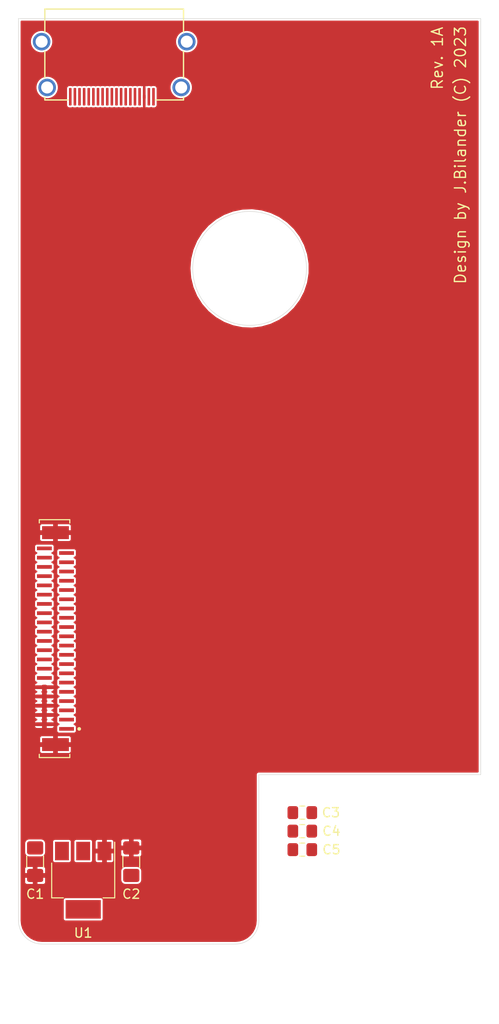
<source format=kicad_pcb>
(kicad_pcb (version 20171130) (host pcbnew "(5.1.12-1-10_14)")

  (general
    (thickness 1.6)
    (drawings 15)
    (tracks 0)
    (zones 0)
    (modules 8)
    (nets 57)
  )

  (page A4)
  (layers
    (0 F.Cu signal)
    (31 B.Cu signal)
    (32 B.Adhes user)
    (33 F.Adhes user)
    (34 B.Paste user)
    (35 F.Paste user)
    (36 B.SilkS user)
    (37 F.SilkS user)
    (38 B.Mask user)
    (39 F.Mask user)
    (40 Dwgs.User user)
    (41 Cmts.User user)
    (42 Eco1.User user)
    (43 Eco2.User user)
    (44 Edge.Cuts user)
    (45 Margin user)
    (46 B.CrtYd user)
    (47 F.CrtYd user)
    (48 B.Fab user)
    (49 F.Fab user)
  )

  (setup
    (last_trace_width 0.2032)
    (user_trace_width 0.1524)
    (user_trace_width 0.2032)
    (user_trace_width 0.254)
    (user_trace_width 0.2794)
    (user_trace_width 0.3048)
    (user_trace_width 0.381)
    (user_trace_width 0.5)
    (user_trace_width 0.508)
    (user_trace_width 0.8)
    (user_trace_width 1)
    (user_trace_width 1.27)
    (trace_clearance 0.2032)
    (zone_clearance 0.2032)
    (zone_45_only no)
    (trace_min 0.1524)
    (via_size 0.8)
    (via_drill 0.4)
    (via_min_size 0.5)
    (via_min_drill 0.3)
    (user_via 0.5 0.3)
    (uvia_size 0.3)
    (uvia_drill 0.1)
    (uvias_allowed no)
    (uvia_min_size 0.3)
    (uvia_min_drill 0.1)
    (edge_width 0.05)
    (segment_width 0.2)
    (pcb_text_width 0.3)
    (pcb_text_size 1.5 1.5)
    (mod_edge_width 0.12)
    (mod_text_size 1 1)
    (mod_text_width 0.15)
    (pad_size 1.8 2.2)
    (pad_drill 0)
    (pad_to_mask_clearance 0)
    (aux_axis_origin 0 0)
    (grid_origin 98.111 40.217)
    (visible_elements FFFFFF7F)
    (pcbplotparams
      (layerselection 0x010fc_ffffffff)
      (usegerberextensions false)
      (usegerberattributes true)
      (usegerberadvancedattributes true)
      (creategerberjobfile true)
      (excludeedgelayer true)
      (linewidth 0.100000)
      (plotframeref false)
      (viasonmask false)
      (mode 1)
      (useauxorigin false)
      (hpglpennumber 1)
      (hpglpenspeed 20)
      (hpglpendiameter 15.000000)
      (psnegative false)
      (psa4output false)
      (plotreference true)
      (plotvalue true)
      (plotinvisibletext false)
      (padsonsilk false)
      (subtractmaskfromsilk false)
      (outputformat 1)
      (mirror false)
      (drillshape 0)
      (scaleselection 1)
      (outputdirectory "out/"))
  )

  (net 0 "")
  (net 1 GND)
  (net 2 3V3)
  (net 3 R0_3V3)
  (net 4 R1_3V3)
  (net 5 R2_3V3)
  (net 6 R3_3V3)
  (net 7 B0_3V3)
  (net 8 B1_3V3)
  (net 9 B2_3V3)
  (net 10 B3_3V3)
  (net 11 G3_3V3)
  (net 12 G2_3V3)
  (net 13 G1_3V3)
  (net 14 G0_3V3)
  (net 15 CSYNC_3V3)
  (net 16 PIXELSW_3V3)
  (net 17 "Net-(J2-Pad7)")
  (net 18 "Net-(J2-Pad6)")
  (net 19 "Net-(J2-Pad4)")
  (net 20 "Net-(J2-Pad3)")
  (net 21 "Net-(J2-Pad2)")
  (net 22 "Net-(J2-Pad1)")
  (net 23 VCC)
  (net 24 "Net-(J1-Pad40)")
  (net 25 "Net-(J1-Pad39)")
  (net 26 "Net-(J1-Pad38)")
  (net 27 "Net-(J1-Pad37)")
  (net 28 "Net-(J1-Pad36)")
  (net 29 "Net-(J1-Pad35)")
  (net 30 R4_3V3)
  (net 31 R5_3V3)
  (net 32 R6_3V3)
  (net 33 R7_3V3)
  (net 34 G4_3V3)
  (net 35 G5_3V3)
  (net 36 G6_3V3)
  (net 37 G7_3V3)
  (net 38 B4_3V3)
  (net 39 B5_3V3)
  (net 40 B6_3V3)
  (net 41 B7_3V3)
  (net 42 HSYNC_3V3)
  (net 43 VSYNC_3V3)
  (net 44 C14M_3V3)
  (net 45 "Net-(J2-Pad19)")
  (net 46 "Net-(J2-Pad16)")
  (net 47 "Net-(J2-Pad15)")
  (net 48 "Net-(J2-Pad14)")
  (net 49 "Net-(J2-Pad13)")
  (net 50 "Net-(J2-Pad12)")
  (net 51 "Net-(J2-Pad11)")
  (net 52 "Net-(J2-Pad10)")
  (net 53 "Net-(J2-Pad9)")
  (net 54 "Net-(J2-Pad8)")
  (net 55 "Net-(J2-Pad5)")
  (net 56 "Net-(J2-PadSH)")

  (net_class Default "This is the default net class."
    (clearance 0.2032)
    (trace_width 0.2032)
    (via_dia 0.8)
    (via_drill 0.4)
    (uvia_dia 0.3)
    (uvia_drill 0.1)
    (add_net 3V3)
    (add_net B0_3V3)
    (add_net B1_3V3)
    (add_net B2_3V3)
    (add_net B3_3V3)
    (add_net B4_3V3)
    (add_net B5_3V3)
    (add_net B6_3V3)
    (add_net B7_3V3)
    (add_net C14M_3V3)
    (add_net CSYNC_3V3)
    (add_net G0_3V3)
    (add_net G1_3V3)
    (add_net G2_3V3)
    (add_net G3_3V3)
    (add_net G4_3V3)
    (add_net G5_3V3)
    (add_net G6_3V3)
    (add_net G7_3V3)
    (add_net GND)
    (add_net HSYNC_3V3)
    (add_net "Net-(J1-Pad35)")
    (add_net "Net-(J1-Pad36)")
    (add_net "Net-(J1-Pad37)")
    (add_net "Net-(J1-Pad38)")
    (add_net "Net-(J1-Pad39)")
    (add_net "Net-(J1-Pad40)")
    (add_net "Net-(J2-Pad1)")
    (add_net "Net-(J2-Pad10)")
    (add_net "Net-(J2-Pad11)")
    (add_net "Net-(J2-Pad12)")
    (add_net "Net-(J2-Pad13)")
    (add_net "Net-(J2-Pad14)")
    (add_net "Net-(J2-Pad15)")
    (add_net "Net-(J2-Pad16)")
    (add_net "Net-(J2-Pad19)")
    (add_net "Net-(J2-Pad2)")
    (add_net "Net-(J2-Pad3)")
    (add_net "Net-(J2-Pad4)")
    (add_net "Net-(J2-Pad5)")
    (add_net "Net-(J2-Pad6)")
    (add_net "Net-(J2-Pad7)")
    (add_net "Net-(J2-Pad8)")
    (add_net "Net-(J2-Pad9)")
    (add_net "Net-(J2-PadSH)")
    (add_net PIXELSW_3V3)
    (add_net R0_3V3)
    (add_net R1_3V3)
    (add_net R2_3V3)
    (add_net R3_3V3)
    (add_net R4_3V3)
    (add_net R5_3V3)
    (add_net R6_3V3)
    (add_net R7_3V3)
    (add_net VCC)
    (add_net VSYNC_3V3)
  )

  (module Package_TO_SOT_SMD:SOT-223 (layer F.Cu) (tedit 5A02FF57) (tstamp 6509F7A6)
    (at 105.111 133.317 270)
    (descr "module CMS SOT223 4 pins")
    (tags "CMS SOT")
    (path /6526F03B)
    (attr smd)
    (fp_text reference U1 (at 5.7 0 180) (layer F.SilkS)
      (effects (font (size 1 1) (thickness 0.15)))
    )
    (fp_text value LM1117-3.3 (at 0 4.5 90) (layer F.Fab) hide
      (effects (font (size 1 1) (thickness 0.15)))
    )
    (fp_text user %R (at 0 0) (layer F.Fab) hide
      (effects (font (size 0.8 0.8) (thickness 0.12)))
    )
    (fp_line (start -1.85 -2.3) (end -0.8 -3.35) (layer F.Fab) (width 0.1))
    (fp_line (start 1.91 3.41) (end 1.91 2.15) (layer F.SilkS) (width 0.12))
    (fp_line (start 1.91 -3.41) (end 1.91 -2.15) (layer F.SilkS) (width 0.12))
    (fp_line (start 4.4 -3.6) (end -4.4 -3.6) (layer F.CrtYd) (width 0.05))
    (fp_line (start 4.4 3.6) (end 4.4 -3.6) (layer F.CrtYd) (width 0.05))
    (fp_line (start -4.4 3.6) (end 4.4 3.6) (layer F.CrtYd) (width 0.05))
    (fp_line (start -4.4 -3.6) (end -4.4 3.6) (layer F.CrtYd) (width 0.05))
    (fp_line (start -1.85 -2.3) (end -1.85 3.35) (layer F.Fab) (width 0.1))
    (fp_line (start -1.85 3.41) (end 1.91 3.41) (layer F.SilkS) (width 0.12))
    (fp_line (start -0.8 -3.35) (end 1.85 -3.35) (layer F.Fab) (width 0.1))
    (fp_line (start -4.1 -3.41) (end 1.91 -3.41) (layer F.SilkS) (width 0.12))
    (fp_line (start -1.85 3.35) (end 1.85 3.35) (layer F.Fab) (width 0.1))
    (fp_line (start 1.85 -3.35) (end 1.85 3.35) (layer F.Fab) (width 0.1))
    (pad 1 smd rect (at -3.15 -2.3 270) (size 2 1.5) (layers F.Cu F.Paste F.Mask)
      (net 1 GND))
    (pad 3 smd rect (at -3.15 2.3 270) (size 2 1.5) (layers F.Cu F.Paste F.Mask)
      (net 23 VCC))
    (pad 2 smd rect (at -3.15 0 270) (size 2 1.5) (layers F.Cu F.Paste F.Mask)
      (net 2 3V3))
    (pad 4 smd rect (at 3.15 0 270) (size 2 3.8) (layers F.Cu F.Paste F.Mask)
      (net 2 3V3))
    (model ${KISYS3DMOD}/Package_TO_SOT_SMD.3dshapes/SOT-223.wrl
      (at (xyz 0 0 0))
      (scale (xyz 1 1 1))
      (rotate (xyz 0 0 0))
    )
  )

  (module BeamBender:HDMI-10029449-111RLF (layer F.Cu) (tedit 60BAF1FE) (tstamp 6509F398)
    (at 108.461 47.717 180)
    (path /6525ABD0)
    (attr smd)
    (fp_text reference J2 (at 0 5.55) (layer F.Fab)
      (effects (font (size 1 1) (thickness 0.15)))
    )
    (fp_text value HDMI_A_1.4 (at -0.05 7) (layer F.Fab) hide
      (effects (font (size 1 1) (thickness 0.15)))
    )
    (fp_line (start -7.5 8.52) (end -7.5 6.05) (layer F.SilkS) (width 0.15))
    (fp_line (start -7.5 7.5) (end -7.5 -1.3) (layer F.Fab) (width 0.05))
    (fp_line (start 7.5 -1.3) (end 7.5 7.5) (layer F.Fab) (width 0.05))
    (fp_line (start 7.5 6.05) (end 7.5 8.52) (layer F.SilkS) (width 0.15))
    (fp_line (start -7.5 7.5) (end 7.5 7.5) (layer F.Fab) (width 0.05))
    (fp_line (start -7.5 3.95) (end -7.5 1.1) (layer F.SilkS) (width 0.15))
    (fp_line (start 7.5 3.95) (end 7.5 1.1) (layer F.SilkS) (width 0.15))
    (fp_line (start 5 -1.3) (end 7.5 -1.3) (layer F.SilkS) (width 0.15))
    (fp_line (start -7.5 -1.3) (end -4.5 -1.3) (layer F.SilkS) (width 0.15))
    (fp_line (start -7.5 8.52) (end 7.5 8.52) (layer F.SilkS) (width 0.15))
    (fp_line (start -7.5 -1.3) (end 7.5 -1.3) (layer F.Fab) (width 0.05))
    (fp_line (start -7.5 -1.3) (end -7.5 -1) (layer F.SilkS) (width 0.15))
    (fp_line (start 7.5 -1.3) (end 7.5 -1) (layer F.SilkS) (width 0.15))
    (fp_line (start -9.05 -2.15) (end 9.05 -2.15) (layer F.CrtYd) (width 0.05))
    (fp_line (start -9.05 -2.15) (end -9.05 7.5) (layer F.CrtYd) (width 0.05))
    (fp_line (start -9.05 7.5) (end 9.05 7.5) (layer F.CrtYd) (width 0.05))
    (fp_line (start 9.05 7.5) (end 9.05 -2.15) (layer F.CrtYd) (width 0.05))
    (pad 19 smd roundrect (at -4.25 -0.95 180) (size 0.28 1.9) (layers F.Cu F.Paste F.Mask) (roundrect_rratio 0.25)
      (net 45 "Net-(J2-Pad19)"))
    (pad 1 smd roundrect (at 4.75 -0.95 180) (size 0.28 1.9) (layers F.Cu F.Paste F.Mask) (roundrect_rratio 0.25)
      (net 22 "Net-(J2-Pad1)"))
    (pad 18 smd roundrect (at -3.75 -0.95 180) (size 0.28 1.9) (layers F.Cu F.Paste F.Mask) (roundrect_rratio 0.25)
      (net 23 VCC))
    (pad 17 smd roundrect (at -3.25 -0.95 180) (size 0.28 1.9) (layers F.Cu F.Paste F.Mask) (roundrect_rratio 0.25)
      (net 1 GND))
    (pad 16 smd roundrect (at -2.75 -0.95 180) (size 0.28 1.9) (layers F.Cu F.Paste F.Mask) (roundrect_rratio 0.25)
      (net 46 "Net-(J2-Pad16)"))
    (pad 15 smd roundrect (at -2.25 -0.95 180) (size 0.28 1.9) (layers F.Cu F.Paste F.Mask) (roundrect_rratio 0.25)
      (net 47 "Net-(J2-Pad15)"))
    (pad 14 smd roundrect (at -1.75 -0.95 180) (size 0.28 1.9) (layers F.Cu F.Paste F.Mask) (roundrect_rratio 0.25)
      (net 48 "Net-(J2-Pad14)"))
    (pad 13 smd roundrect (at -1.25 -0.95 180) (size 0.28 1.9) (layers F.Cu F.Paste F.Mask) (roundrect_rratio 0.25)
      (net 49 "Net-(J2-Pad13)"))
    (pad 12 smd roundrect (at -0.75 -0.95 180) (size 0.28 1.9) (layers F.Cu F.Paste F.Mask) (roundrect_rratio 0.25)
      (net 50 "Net-(J2-Pad12)"))
    (pad 11 smd roundrect (at -0.25 -0.95 180) (size 0.28 1.9) (layers F.Cu F.Paste F.Mask) (roundrect_rratio 0.25)
      (net 51 "Net-(J2-Pad11)"))
    (pad 10 smd roundrect (at 0.25 -0.95 180) (size 0.28 1.9) (layers F.Cu F.Paste F.Mask) (roundrect_rratio 0.25)
      (net 52 "Net-(J2-Pad10)"))
    (pad 9 smd roundrect (at 0.75 -0.95 180) (size 0.28 1.9) (layers F.Cu F.Paste F.Mask) (roundrect_rratio 0.25)
      (net 53 "Net-(J2-Pad9)"))
    (pad 8 smd roundrect (at 1.25 -0.95 180) (size 0.28 1.9) (layers F.Cu F.Paste F.Mask) (roundrect_rratio 0.25)
      (net 54 "Net-(J2-Pad8)"))
    (pad 7 smd roundrect (at 1.75 -0.95 180) (size 0.28 1.9) (layers F.Cu F.Paste F.Mask) (roundrect_rratio 0.25)
      (net 17 "Net-(J2-Pad7)"))
    (pad 6 smd roundrect (at 2.25 -0.95 180) (size 0.28 1.9) (layers F.Cu F.Paste F.Mask) (roundrect_rratio 0.25)
      (net 18 "Net-(J2-Pad6)"))
    (pad 5 smd roundrect (at 2.75 -0.95 180) (size 0.28 1.9) (layers F.Cu F.Paste F.Mask) (roundrect_rratio 0.25)
      (net 55 "Net-(J2-Pad5)"))
    (pad 4 smd roundrect (at 3.25 -0.95 180) (size 0.28 1.9) (layers F.Cu F.Paste F.Mask) (roundrect_rratio 0.25)
      (net 19 "Net-(J2-Pad4)"))
    (pad 3 smd roundrect (at 3.75 -0.95 180) (size 0.28 1.9) (layers F.Cu F.Paste F.Mask) (roundrect_rratio 0.25)
      (net 20 "Net-(J2-Pad3)"))
    (pad 2 smd roundrect (at 4.25 -0.95 180) (size 0.28 1.9) (layers F.Cu F.Paste F.Mask) (roundrect_rratio 0.25)
      (net 21 "Net-(J2-Pad2)"))
    (pad SH thru_hole circle (at -7.25 0.05 180) (size 1.9 1.9) (drill 1.3) (layers *.Cu *.Mask)
      (net 56 "Net-(J2-PadSH)"))
    (pad SH thru_hole circle (at 7.25 0.05 180) (size 1.9 1.9) (drill 1.3) (layers *.Cu *.Mask)
      (net 56 "Net-(J2-PadSH)"))
    (pad SH thru_hole circle (at 7.85 5 180) (size 1.9 1.9) (drill 1.3) (layers *.Cu *.Mask)
      (net 56 "Net-(J2-PadSH)"))
    (pad SH thru_hole circle (at -7.85 5 180) (size 1.9 1.9) (drill 1.3) (layers *.Cu *.Mask)
      (net 56 "Net-(J2-PadSH)"))
  )

  (module BeamBender:TE_4-1734742-0 (layer F.Cu) (tedit 64F74E8F) (tstamp 64F78C86)
    (at 102.111 107.217 90)
    (path /64F8C681)
    (attr smd)
    (fp_text reference J1 (at -10.36 -2.908 90) (layer F.SilkS) hide
      (effects (font (size 0.8 0.8) (thickness 0.15)))
    )
    (fp_text value 4-1734742-0 (at -5.788 3.308 90) (layer F.Fab) hide
      (effects (font (size 0.8 0.8) (thickness 0.15)))
    )
    (fp_circle (center -9.754 2.565) (end -9.654 2.565) (layer F.Fab) (width 0.2))
    (fp_line (start -10.2 2.25) (end -10.2 1.8) (layer F.CrtYd) (width 0.05))
    (fp_line (start 9.7 2.25) (end -10.2 2.25) (layer F.CrtYd) (width 0.05))
    (fp_line (start 9.7 1.8) (end 9.7 2.25) (layer F.CrtYd) (width 0.05))
    (fp_line (start 13.1 1.8) (end 9.7 1.8) (layer F.CrtYd) (width 0.05))
    (fp_line (start 13.1 -2) (end 13.1 1.8) (layer F.CrtYd) (width 0.05))
    (fp_line (start 10.2 -2) (end 13.1 -2) (layer F.CrtYd) (width 0.05))
    (fp_line (start 10.2 -2.25) (end 10.2 -2) (layer F.CrtYd) (width 0.05))
    (fp_line (start -9.7 -2.25) (end 10.2 -2.25) (layer F.CrtYd) (width 0.05))
    (fp_line (start -9.7 -2) (end -9.7 -2.25) (layer F.CrtYd) (width 0.05))
    (fp_line (start -13.1 -2) (end -9.7 -2) (layer F.CrtYd) (width 0.05))
    (fp_line (start -13.1 1.8) (end -13.1 -2) (layer F.CrtYd) (width 0.05))
    (fp_line (start -10.2 1.8) (end -13.1 1.8) (layer F.CrtYd) (width 0.05))
    (fp_line (start 12.85 1.55) (end 12.5 1.55) (layer F.SilkS) (width 0.127))
    (fp_line (start 12.85 -1.75) (end 12.85 1.55) (layer F.SilkS) (width 0.127))
    (fp_line (start 12.5 -1.75) (end 12.85 -1.75) (layer F.SilkS) (width 0.127))
    (fp_line (start -12.85 1.55) (end -12.5 1.55) (layer F.SilkS) (width 0.127))
    (fp_line (start -12.85 -1.75) (end -12.85 1.55) (layer F.SilkS) (width 0.127))
    (fp_line (start -12.5 -1.75) (end -12.85 -1.75) (layer F.SilkS) (width 0.127))
    (fp_circle (center -9.754 2.565) (end -9.654 2.565) (layer F.SilkS) (width 0.2))
    (fp_line (start 12.85 1.55) (end -12.85 1.55) (layer F.Fab) (width 0.127))
    (fp_line (start 12.85 -1.75) (end 12.85 1.55) (layer F.Fab) (width 0.127))
    (fp_line (start -12.85 -1.75) (end 12.85 -1.75) (layer F.Fab) (width 0.127))
    (fp_line (start -12.85 1.55) (end -12.85 -1.75) (layer F.Fab) (width 0.127))
    (pad 40 smd rect (at 9.75 -1.2 90) (size 0.4 1.6) (layers F.Cu F.Paste F.Mask)
      (net 24 "Net-(J1-Pad40)") (solder_mask_margin 0.102))
    (pad 39 smd rect (at 9.25 1.2 90) (size 0.4 1.6) (layers F.Cu F.Paste F.Mask)
      (net 25 "Net-(J1-Pad39)") (solder_mask_margin 0.102))
    (pad 38 smd rect (at 8.75 -1.2 90) (size 0.4 1.6) (layers F.Cu F.Paste F.Mask)
      (net 26 "Net-(J1-Pad38)") (solder_mask_margin 0.102))
    (pad 37 smd rect (at 8.25 1.2 90) (size 0.4 1.6) (layers F.Cu F.Paste F.Mask)
      (net 27 "Net-(J1-Pad37)") (solder_mask_margin 0.102))
    (pad 36 smd rect (at 7.75 -1.2 90) (size 0.4 1.6) (layers F.Cu F.Paste F.Mask)
      (net 28 "Net-(J1-Pad36)") (solder_mask_margin 0.102))
    (pad 35 smd rect (at 7.25 1.2 90) (size 0.4 1.6) (layers F.Cu F.Paste F.Mask)
      (net 29 "Net-(J1-Pad35)") (solder_mask_margin 0.102))
    (pad 34 smd rect (at 6.75 -1.2 90) (size 0.4 1.6) (layers F.Cu F.Paste F.Mask)
      (net 3 R0_3V3) (solder_mask_margin 0.102))
    (pad 33 smd rect (at 6.25 1.2 90) (size 0.4 1.6) (layers F.Cu F.Paste F.Mask)
      (net 4 R1_3V3) (solder_mask_margin 0.102))
    (pad 32 smd rect (at 5.75 -1.2 90) (size 0.4 1.6) (layers F.Cu F.Paste F.Mask)
      (net 5 R2_3V3) (solder_mask_margin 0.102))
    (pad 31 smd rect (at 5.25 1.2 90) (size 0.4 1.6) (layers F.Cu F.Paste F.Mask)
      (net 6 R3_3V3) (solder_mask_margin 0.102))
    (pad 30 smd rect (at 4.75 -1.2 90) (size 0.4 1.6) (layers F.Cu F.Paste F.Mask)
      (net 30 R4_3V3) (solder_mask_margin 0.102))
    (pad 29 smd rect (at 4.25 1.2 90) (size 0.4 1.6) (layers F.Cu F.Paste F.Mask)
      (net 31 R5_3V3) (solder_mask_margin 0.102))
    (pad 28 smd rect (at 3.75 -1.2 90) (size 0.4 1.6) (layers F.Cu F.Paste F.Mask)
      (net 32 R6_3V3) (solder_mask_margin 0.102))
    (pad 27 smd rect (at 3.25 1.2 90) (size 0.4 1.6) (layers F.Cu F.Paste F.Mask)
      (net 33 R7_3V3) (solder_mask_margin 0.102))
    (pad 26 smd rect (at 2.75 -1.2 90) (size 0.4 1.6) (layers F.Cu F.Paste F.Mask)
      (net 14 G0_3V3) (solder_mask_margin 0.102))
    (pad 25 smd rect (at 2.25 1.2 90) (size 0.4 1.6) (layers F.Cu F.Paste F.Mask)
      (net 13 G1_3V3) (solder_mask_margin 0.102))
    (pad 24 smd rect (at 1.75 -1.2 90) (size 0.4 1.6) (layers F.Cu F.Paste F.Mask)
      (net 12 G2_3V3) (solder_mask_margin 0.102))
    (pad 23 smd rect (at 1.25 1.2 90) (size 0.4 1.6) (layers F.Cu F.Paste F.Mask)
      (net 11 G3_3V3) (solder_mask_margin 0.102))
    (pad 22 smd rect (at 0.75 -1.2 90) (size 0.4 1.6) (layers F.Cu F.Paste F.Mask)
      (net 34 G4_3V3) (solder_mask_margin 0.102))
    (pad 21 smd rect (at 0.25 1.2 90) (size 0.4 1.6) (layers F.Cu F.Paste F.Mask)
      (net 35 G5_3V3) (solder_mask_margin 0.102))
    (pad 20 smd rect (at -0.25 -1.2 90) (size 0.4 1.6) (layers F.Cu F.Paste F.Mask)
      (net 36 G6_3V3) (solder_mask_margin 0.102))
    (pad 19 smd rect (at -0.75 1.2 90) (size 0.4 1.6) (layers F.Cu F.Paste F.Mask)
      (net 37 G7_3V3) (solder_mask_margin 0.102))
    (pad 18 smd rect (at -1.25 -1.2 90) (size 0.4 1.6) (layers F.Cu F.Paste F.Mask)
      (net 7 B0_3V3) (solder_mask_margin 0.102))
    (pad 17 smd rect (at -1.75 1.2 90) (size 0.4 1.6) (layers F.Cu F.Paste F.Mask)
      (net 8 B1_3V3) (solder_mask_margin 0.102))
    (pad 16 smd rect (at -2.25 -1.2 90) (size 0.4 1.6) (layers F.Cu F.Paste F.Mask)
      (net 9 B2_3V3) (solder_mask_margin 0.102))
    (pad 15 smd rect (at -2.75 1.2 90) (size 0.4 1.6) (layers F.Cu F.Paste F.Mask)
      (net 10 B3_3V3) (solder_mask_margin 0.102))
    (pad 14 smd rect (at -3.25 -1.2 90) (size 0.4 1.6) (layers F.Cu F.Paste F.Mask)
      (net 38 B4_3V3) (solder_mask_margin 0.102))
    (pad 13 smd rect (at -3.75 1.2 90) (size 0.4 1.6) (layers F.Cu F.Paste F.Mask)
      (net 39 B5_3V3) (solder_mask_margin 0.102))
    (pad 12 smd rect (at -4.25 -1.2 90) (size 0.4 1.6) (layers F.Cu F.Paste F.Mask)
      (net 40 B6_3V3) (solder_mask_margin 0.102))
    (pad 11 smd rect (at -4.75 1.2 90) (size 0.4 1.6) (layers F.Cu F.Paste F.Mask)
      (net 41 B7_3V3) (solder_mask_margin 0.102))
    (pad 10 smd rect (at -5.25 -1.2 90) (size 0.4 1.6) (layers F.Cu F.Paste F.Mask)
      (net 1 GND) (solder_mask_margin 0.102))
    (pad 9 smd rect (at -5.75 1.2 90) (size 0.4 1.6) (layers F.Cu F.Paste F.Mask)
      (net 15 CSYNC_3V3) (solder_mask_margin 0.102))
    (pad 8 smd rect (at -6.25 -1.2 90) (size 0.4 1.6) (layers F.Cu F.Paste F.Mask)
      (net 1 GND) (solder_mask_margin 0.102))
    (pad 7 smd rect (at -6.75 1.2 90) (size 0.4 1.6) (layers F.Cu F.Paste F.Mask)
      (net 16 PIXELSW_3V3) (solder_mask_margin 0.102))
    (pad 6 smd rect (at -7.25 -1.2 90) (size 0.4 1.6) (layers F.Cu F.Paste F.Mask)
      (net 1 GND) (solder_mask_margin 0.102))
    (pad 5 smd rect (at -7.75 1.2 90) (size 0.4 1.6) (layers F.Cu F.Paste F.Mask)
      (net 42 HSYNC_3V3) (solder_mask_margin 0.102))
    (pad 4 smd rect (at -8.25 -1.2 90) (size 0.4 1.6) (layers F.Cu F.Paste F.Mask)
      (net 1 GND) (solder_mask_margin 0.102))
    (pad 3 smd rect (at -8.75 1.2 90) (size 0.4 1.6) (layers F.Cu F.Paste F.Mask)
      (net 43 VSYNC_3V3) (solder_mask_margin 0.102))
    (pad 2 smd rect (at -9.25 -1.2 90) (size 0.4 1.6) (layers F.Cu F.Paste F.Mask)
      (net 1 GND) (solder_mask_margin 0.102))
    (pad 1 smd rect (at -9.75 1.2 90) (size 0.4 1.6) (layers F.Cu F.Paste F.Mask)
      (net 44 C14M_3V3) (solder_mask_margin 0.102))
    (pad S2 smd rect (at 11.45 0 90) (size 1.4 2.9) (layers F.Cu F.Paste F.Mask)
      (net 1 GND) (solder_mask_margin 0.102))
    (pad S1 smd rect (at -11.45 0 90) (size 1.4 2.9) (layers F.Cu F.Paste F.Mask)
      (net 1 GND) (solder_mask_margin 0.102))
    (model ${KIPRJMOD}/packages3d/4-1734742-0.step
      (offset (xyz 0 0 3.4))
      (scale (xyz 1 1 1))
      (rotate (xyz 0 0 0))
    )
  )

  (module Capacitor_SMD:C_0805_2012Metric_Pad1.15x1.40mm_HandSolder (layer F.Cu) (tedit 5B36C52B) (tstamp 623CF399)
    (at 128.811 130.017 180)
    (descr "Capacitor SMD 0805 (2012 Metric), square (rectangular) end terminal, IPC_7351 nominal with elongated pad for handsoldering. (Body size source: https://docs.google.com/spreadsheets/d/1BsfQQcO9C6DZCsRaXUlFlo91Tg2WpOkGARC1WS5S8t0/edit?usp=sharing), generated with kicad-footprint-generator")
    (tags "capacitor handsolder")
    (path /624DE9B4)
    (attr smd)
    (fp_text reference C5 (at -3.1496 0) (layer F.SilkS)
      (effects (font (size 1 1) (thickness 0.15)))
    )
    (fp_text value 0.1uF (at 0 1.65) (layer F.Fab) hide
      (effects (font (size 1 1) (thickness 0.15)))
    )
    (fp_line (start 1.85 0.95) (end -1.85 0.95) (layer F.CrtYd) (width 0.05))
    (fp_line (start 1.85 -0.95) (end 1.85 0.95) (layer F.CrtYd) (width 0.05))
    (fp_line (start -1.85 -0.95) (end 1.85 -0.95) (layer F.CrtYd) (width 0.05))
    (fp_line (start -1.85 0.95) (end -1.85 -0.95) (layer F.CrtYd) (width 0.05))
    (fp_line (start -0.261252 0.71) (end 0.261252 0.71) (layer F.SilkS) (width 0.12))
    (fp_line (start -0.261252 -0.71) (end 0.261252 -0.71) (layer F.SilkS) (width 0.12))
    (fp_line (start 1 0.6) (end -1 0.6) (layer F.Fab) (width 0.1))
    (fp_line (start 1 -0.6) (end 1 0.6) (layer F.Fab) (width 0.1))
    (fp_line (start -1 -0.6) (end 1 -0.6) (layer F.Fab) (width 0.1))
    (fp_line (start -1 0.6) (end -1 -0.6) (layer F.Fab) (width 0.1))
    (fp_text user %R (at 0 0) (layer F.Fab) hide
      (effects (font (size 0.5 0.5) (thickness 0.08)))
    )
    (pad 2 smd roundrect (at 1.025 0 180) (size 1.15 1.4) (layers F.Cu F.Paste F.Mask) (roundrect_rratio 0.217391)
      (net 2 3V3))
    (pad 1 smd roundrect (at -1.025 0 180) (size 1.15 1.4) (layers F.Cu F.Paste F.Mask) (roundrect_rratio 0.217391)
      (net 1 GND))
    (model ${KISYS3DMOD}/Capacitor_SMD.3dshapes/C_0805_2012Metric.wrl
      (at (xyz 0 0 0))
      (scale (xyz 1 1 1))
      (rotate (xyz 0 0 0))
    )
  )

  (module Capacitor_SMD:C_0805_2012Metric_Pad1.15x1.40mm_HandSolder (layer F.Cu) (tedit 5B36C52B) (tstamp 623CF388)
    (at 128.811 128.017)
    (descr "Capacitor SMD 0805 (2012 Metric), square (rectangular) end terminal, IPC_7351 nominal with elongated pad for handsoldering. (Body size source: https://docs.google.com/spreadsheets/d/1BsfQQcO9C6DZCsRaXUlFlo91Tg2WpOkGARC1WS5S8t0/edit?usp=sharing), generated with kicad-footprint-generator")
    (tags "capacitor handsolder")
    (path /624DDB45)
    (attr smd)
    (fp_text reference C4 (at 3.1496 0) (layer F.SilkS)
      (effects (font (size 1 1) (thickness 0.15)))
    )
    (fp_text value 0.1uF (at 0 1.65) (layer F.Fab) hide
      (effects (font (size 1 1) (thickness 0.15)))
    )
    (fp_line (start 1.85 0.95) (end -1.85 0.95) (layer F.CrtYd) (width 0.05))
    (fp_line (start 1.85 -0.95) (end 1.85 0.95) (layer F.CrtYd) (width 0.05))
    (fp_line (start -1.85 -0.95) (end 1.85 -0.95) (layer F.CrtYd) (width 0.05))
    (fp_line (start -1.85 0.95) (end -1.85 -0.95) (layer F.CrtYd) (width 0.05))
    (fp_line (start -0.261252 0.71) (end 0.261252 0.71) (layer F.SilkS) (width 0.12))
    (fp_line (start -0.261252 -0.71) (end 0.261252 -0.71) (layer F.SilkS) (width 0.12))
    (fp_line (start 1 0.6) (end -1 0.6) (layer F.Fab) (width 0.1))
    (fp_line (start 1 -0.6) (end 1 0.6) (layer F.Fab) (width 0.1))
    (fp_line (start -1 -0.6) (end 1 -0.6) (layer F.Fab) (width 0.1))
    (fp_line (start -1 0.6) (end -1 -0.6) (layer F.Fab) (width 0.1))
    (fp_text user %R (at 0 0) (layer F.Fab) hide
      (effects (font (size 0.5 0.5) (thickness 0.08)))
    )
    (pad 2 smd roundrect (at 1.025 0) (size 1.15 1.4) (layers F.Cu F.Paste F.Mask) (roundrect_rratio 0.217391)
      (net 2 3V3))
    (pad 1 smd roundrect (at -1.025 0) (size 1.15 1.4) (layers F.Cu F.Paste F.Mask) (roundrect_rratio 0.217391)
      (net 1 GND))
    (model ${KISYS3DMOD}/Capacitor_SMD.3dshapes/C_0805_2012Metric.wrl
      (at (xyz 0 0 0))
      (scale (xyz 1 1 1))
      (rotate (xyz 0 0 0))
    )
  )

  (module Capacitor_SMD:C_0805_2012Metric_Pad1.15x1.40mm_HandSolder (layer F.Cu) (tedit 5B36C52B) (tstamp 650A137B)
    (at 128.811 126.017 180)
    (descr "Capacitor SMD 0805 (2012 Metric), square (rectangular) end terminal, IPC_7351 nominal with elongated pad for handsoldering. (Body size source: https://docs.google.com/spreadsheets/d/1BsfQQcO9C6DZCsRaXUlFlo91Tg2WpOkGARC1WS5S8t0/edit?usp=sharing), generated with kicad-footprint-generator")
    (tags "capacitor handsolder")
    (path /62475F7C)
    (attr smd)
    (fp_text reference C3 (at -3.1 0 180) (layer F.SilkS)
      (effects (font (size 1 1) (thickness 0.15)))
    )
    (fp_text value 0.1uF (at 0 1.65) (layer F.Fab) hide
      (effects (font (size 1 1) (thickness 0.15)))
    )
    (fp_line (start 1.85 0.95) (end -1.85 0.95) (layer F.CrtYd) (width 0.05))
    (fp_line (start 1.85 -0.95) (end 1.85 0.95) (layer F.CrtYd) (width 0.05))
    (fp_line (start -1.85 -0.95) (end 1.85 -0.95) (layer F.CrtYd) (width 0.05))
    (fp_line (start -1.85 0.95) (end -1.85 -0.95) (layer F.CrtYd) (width 0.05))
    (fp_line (start -0.261252 0.71) (end 0.261252 0.71) (layer F.SilkS) (width 0.12))
    (fp_line (start -0.261252 -0.71) (end 0.261252 -0.71) (layer F.SilkS) (width 0.12))
    (fp_line (start 1 0.6) (end -1 0.6) (layer F.Fab) (width 0.1))
    (fp_line (start 1 -0.6) (end 1 0.6) (layer F.Fab) (width 0.1))
    (fp_line (start -1 -0.6) (end 1 -0.6) (layer F.Fab) (width 0.1))
    (fp_line (start -1 0.6) (end -1 -0.6) (layer F.Fab) (width 0.1))
    (fp_text user %R (at 0 0) (layer F.Fab) hide
      (effects (font (size 0.5 0.5) (thickness 0.08)))
    )
    (pad 2 smd roundrect (at 1.025 0 180) (size 1.15 1.4) (layers F.Cu F.Paste F.Mask) (roundrect_rratio 0.217391)
      (net 2 3V3))
    (pad 1 smd roundrect (at -1.025 0 180) (size 1.15 1.4) (layers F.Cu F.Paste F.Mask) (roundrect_rratio 0.217391)
      (net 1 GND))
    (model ${KISYS3DMOD}/Capacitor_SMD.3dshapes/C_0805_2012Metric.wrl
      (at (xyz 0 0 0))
      (scale (xyz 1 1 1))
      (rotate (xyz 0 0 0))
    )
  )

  (module Capacitor_SMD:C_1206_3216Metric_Pad1.42x1.75mm_HandSolder (layer F.Cu) (tedit 5B301BBE) (tstamp 64E3BEE6)
    (at 110.311 131.317 270)
    (descr "Capacitor SMD 1206 (3216 Metric), square (rectangular) end terminal, IPC_7351 nominal with elongated pad for handsoldering. (Body size source: http://www.tortai-tech.com/upload/download/2011102023233369053.pdf), generated with kicad-footprint-generator")
    (tags "capacitor handsolder")
    (path /62473099)
    (attr smd)
    (fp_text reference C2 (at 3.5 0 180) (layer F.SilkS)
      (effects (font (size 1 1) (thickness 0.15)))
    )
    (fp_text value 10uF (at 0 1.82 90) (layer F.Fab) hide
      (effects (font (size 1 1) (thickness 0.15)))
    )
    (fp_line (start 2.45 1.12) (end -2.45 1.12) (layer F.CrtYd) (width 0.05))
    (fp_line (start 2.45 -1.12) (end 2.45 1.12) (layer F.CrtYd) (width 0.05))
    (fp_line (start -2.45 -1.12) (end 2.45 -1.12) (layer F.CrtYd) (width 0.05))
    (fp_line (start -2.45 1.12) (end -2.45 -1.12) (layer F.CrtYd) (width 0.05))
    (fp_line (start -0.602064 0.91) (end 0.602064 0.91) (layer F.SilkS) (width 0.12))
    (fp_line (start -0.602064 -0.91) (end 0.602064 -0.91) (layer F.SilkS) (width 0.12))
    (fp_line (start 1.6 0.8) (end -1.6 0.8) (layer F.Fab) (width 0.1))
    (fp_line (start 1.6 -0.8) (end 1.6 0.8) (layer F.Fab) (width 0.1))
    (fp_line (start -1.6 -0.8) (end 1.6 -0.8) (layer F.Fab) (width 0.1))
    (fp_line (start -1.6 0.8) (end -1.6 -0.8) (layer F.Fab) (width 0.1))
    (fp_text user %R (at 0 0 90) (layer F.Fab) hide
      (effects (font (size 0.8 0.8) (thickness 0.12)))
    )
    (pad 2 smd roundrect (at 1.4875 0 270) (size 1.425 1.75) (layers F.Cu F.Paste F.Mask) (roundrect_rratio 0.175439)
      (net 2 3V3))
    (pad 1 smd roundrect (at -1.4875 0 270) (size 1.425 1.75) (layers F.Cu F.Paste F.Mask) (roundrect_rratio 0.175439)
      (net 1 GND))
    (model ${KISYS3DMOD}/Capacitor_SMD.3dshapes/C_1206_3216Metric.wrl
      (at (xyz 0 0 0))
      (scale (xyz 1 1 1))
      (rotate (xyz 0 0 0))
    )
  )

  (module Capacitor_SMD:C_1206_3216Metric_Pad1.42x1.75mm_HandSolder (layer F.Cu) (tedit 5B301BBE) (tstamp 650A107E)
    (at 99.911 131.317 90)
    (descr "Capacitor SMD 1206 (3216 Metric), square (rectangular) end terminal, IPC_7351 nominal with elongated pad for handsoldering. (Body size source: http://www.tortai-tech.com/upload/download/2011102023233369053.pdf), generated with kicad-footprint-generator")
    (tags "capacitor handsolder")
    (path /6246F468)
    (attr smd)
    (fp_text reference C1 (at -3.5 0) (layer F.SilkS)
      (effects (font (size 1 1) (thickness 0.15)))
    )
    (fp_text value 10uF (at 0 1.82 -90) (layer F.Fab) hide
      (effects (font (size 1 1) (thickness 0.15)))
    )
    (fp_line (start 2.45 1.12) (end -2.45 1.12) (layer F.CrtYd) (width 0.05))
    (fp_line (start 2.45 -1.12) (end 2.45 1.12) (layer F.CrtYd) (width 0.05))
    (fp_line (start -2.45 -1.12) (end 2.45 -1.12) (layer F.CrtYd) (width 0.05))
    (fp_line (start -2.45 1.12) (end -2.45 -1.12) (layer F.CrtYd) (width 0.05))
    (fp_line (start -0.602064 0.91) (end 0.602064 0.91) (layer F.SilkS) (width 0.12))
    (fp_line (start -0.602064 -0.91) (end 0.602064 -0.91) (layer F.SilkS) (width 0.12))
    (fp_line (start 1.6 0.8) (end -1.6 0.8) (layer F.Fab) (width 0.1))
    (fp_line (start 1.6 -0.8) (end 1.6 0.8) (layer F.Fab) (width 0.1))
    (fp_line (start -1.6 -0.8) (end 1.6 -0.8) (layer F.Fab) (width 0.1))
    (fp_line (start -1.6 0.8) (end -1.6 -0.8) (layer F.Fab) (width 0.1))
    (fp_text user %R (at 0 0 -90) (layer F.Fab) hide
      (effects (font (size 0.8 0.8) (thickness 0.12)))
    )
    (pad 2 smd roundrect (at 1.4875 0 90) (size 1.425 1.75) (layers F.Cu F.Paste F.Mask) (roundrect_rratio 0.175439)
      (net 23 VCC))
    (pad 1 smd roundrect (at -1.4875 0 90) (size 1.425 1.75) (layers F.Cu F.Paste F.Mask) (roundrect_rratio 0.175439)
      (net 1 GND))
    (model ${KISYS3DMOD}/Capacitor_SMD.3dshapes/C_1206_3216Metric.wrl
      (at (xyz 0 0 0))
      (scale (xyz 1 1 1))
      (rotate (xyz 0 0 0))
    )
  )

  (dimension 24 (width 0.15) (layer Dwgs.User)
    (gr_text "24.000 mm" (at 136.111 149.517) (layer Dwgs.User)
      (effects (font (size 1 1) (thickness 0.15)))
    )
    (feature1 (pts (xy 148.111 121.917) (xy 148.111 148.803421)))
    (feature2 (pts (xy 124.111 121.917) (xy 124.111 148.803421)))
    (crossbar (pts (xy 124.111 148.217) (xy 148.111 148.217)))
    (arrow1a (pts (xy 148.111 148.217) (xy 146.984496 148.803421)))
    (arrow1b (pts (xy 148.111 148.217) (xy 146.984496 147.630579)))
    (arrow2a (pts (xy 124.111 148.217) (xy 125.237504 148.803421)))
    (arrow2b (pts (xy 124.111 148.217) (xy 125.237504 147.630579)))
  )
  (gr_circle (center 123.111 67.217) (end 129.261 67.217) (layer Edge.Cuts) (width 0.05))
  (gr_arc (start 121.571 137.677) (end 121.571 140.217) (angle -90) (layer Edge.Cuts) (width 0.05) (tstamp 64EFF3FE))
  (gr_arc (start 100.651 137.677) (end 98.111 137.677) (angle -90) (layer Edge.Cuts) (width 0.05))
  (dimension 26 (width 0.15) (layer Dwgs.User)
    (gr_text "26.000 mm" (at 111.111 149.517) (layer Dwgs.User)
      (effects (font (size 1 1) (thickness 0.15)))
    )
    (feature1 (pts (xy 124.111 140.217) (xy 124.111 148.803421)))
    (feature2 (pts (xy 98.111 140.217) (xy 98.111 148.803421)))
    (crossbar (pts (xy 98.111 148.217) (xy 124.111 148.217)))
    (arrow1a (pts (xy 124.111 148.217) (xy 122.984496 148.803421)))
    (arrow1b (pts (xy 124.111 148.217) (xy 122.984496 147.630579)))
    (arrow2a (pts (xy 98.111 148.217) (xy 99.237504 148.803421)))
    (arrow2b (pts (xy 98.111 148.217) (xy 99.237504 147.630579)))
  )
  (gr_line (start 119.111 140.217) (end 121.571 140.217) (layer Edge.Cuts) (width 0.05) (tstamp 64EF3639))
  (gr_line (start 103.111 140.217) (end 119.111 140.217) (layer Edge.Cuts) (width 0.05))
  (gr_text "Rev. 1A" (at 143.411 48.017 90) (layer F.SilkS) (tstamp 64E3F218)
    (effects (font (size 1.2 1.2) (thickness 0.15)) (justify left))
  )
  (gr_line (start 124.111 137.677) (end 124.111 121.917) (layer Edge.Cuts) (width 0.05) (tstamp 64EF3557))
  (gr_line (start 98.111 40.217) (end 148.111 40.217) (layer Edge.Cuts) (width 0.05) (tstamp 64EF3554))
  (gr_text "Design by J.Bilander (C) 2023\n" (at 145.911 69.017 90) (layer F.SilkS) (tstamp 623F44D0)
    (effects (font (size 1.2 1.2) (thickness 0.15)) (justify left))
  )
  (gr_line (start 100.651 140.217) (end 103.111 140.217) (layer Edge.Cuts) (width 0.05) (tstamp 64EF3551))
  (gr_line (start 148.111 40.217) (end 148.111 121.917) (layer Edge.Cuts) (width 0.05) (tstamp 64EF354E))
  (gr_line (start 124.111 121.917) (end 148.111 121.917) (layer Edge.Cuts) (width 0.05) (tstamp 64EF354B))
  (gr_line (start 98.111 40.217) (end 98.111 137.677) (layer Edge.Cuts) (width 0.05) (tstamp 64EF3548))

  (zone (net 1) (net_name GND) (layer F.Cu) (tstamp 64E34C67) (hatch edge 0.508)
    (connect_pads (clearance 0.2032))
    (min_thickness 0.2032)
    (fill yes (arc_segments 32) (thermal_gap 0.2032) (thermal_bridge_width 0.508))
    (polygon
      (pts
        (xy 125.111 141.217) (xy 97.111 141.217) (xy 97.111 39.217) (xy 149.111 39.217) (xy 149.111 123.217)
        (xy 125.111 123.217)
      )
    )
    (filled_polygon
      (pts
        (xy 147.781201 121.5872) (xy 124.127193 121.5872) (xy 124.111 121.585605) (xy 124.094807 121.5872) (xy 124.046348 121.591973)
        (xy 123.984181 121.610831) (xy 123.926887 121.641455) (xy 123.876668 121.682668) (xy 123.835455 121.732887) (xy 123.804831 121.790181)
        (xy 123.785973 121.852348) (xy 123.779605 121.917) (xy 123.781201 121.933204) (xy 123.7812 137.66087) (xy 123.737556 138.105989)
        (xy 123.612969 138.518641) (xy 123.410605 138.899232) (xy 123.138172 139.233267) (xy 122.806043 139.508028) (xy 122.426875 139.713043)
        (xy 122.015101 139.840509) (xy 121.570877 139.887198) (xy 121.570419 139.8872) (xy 100.66713 139.8872) (xy 100.222011 139.843556)
        (xy 99.809359 139.718969) (xy 99.428768 139.516605) (xy 99.094733 139.244172) (xy 98.819972 138.912043) (xy 98.614957 138.532875)
        (xy 98.487491 138.121101) (xy 98.440802 137.676877) (xy 98.4408 137.676419) (xy 98.4408 135.467) (xy 102.904726 135.467)
        (xy 102.904726 137.467) (xy 102.910611 137.526751) (xy 102.92804 137.584206) (xy 102.956342 137.637157) (xy 102.994432 137.683568)
        (xy 103.040843 137.721658) (xy 103.093794 137.74996) (xy 103.151249 137.767389) (xy 103.211 137.773274) (xy 107.011 137.773274)
        (xy 107.070751 137.767389) (xy 107.128206 137.74996) (xy 107.181157 137.721658) (xy 107.227568 137.683568) (xy 107.265658 137.637157)
        (xy 107.29396 137.584206) (xy 107.311389 137.526751) (xy 107.317274 137.467) (xy 107.317274 135.467) (xy 107.311389 135.407249)
        (xy 107.29396 135.349794) (xy 107.265658 135.296843) (xy 107.227568 135.250432) (xy 107.181157 135.212342) (xy 107.128206 135.18404)
        (xy 107.070751 135.166611) (xy 107.011 135.160726) (xy 103.211 135.160726) (xy 103.151249 135.166611) (xy 103.093794 135.18404)
        (xy 103.040843 135.212342) (xy 102.994432 135.250432) (xy 102.956342 135.296843) (xy 102.92804 135.349794) (xy 102.910611 135.407249)
        (xy 102.904726 135.467) (xy 98.4408 135.467) (xy 98.4408 133.517) (xy 98.729725 133.517) (xy 98.73561 133.576751)
        (xy 98.753039 133.634206) (xy 98.781342 133.687157) (xy 98.819431 133.733569) (xy 98.865843 133.771658) (xy 98.918794 133.799961)
        (xy 98.976249 133.81739) (xy 99.036 133.823275) (xy 99.6824 133.8218) (xy 99.7586 133.7456) (xy 99.7586 132.9569)
        (xy 100.0634 132.9569) (xy 100.0634 133.7456) (xy 100.1396 133.8218) (xy 100.786 133.823275) (xy 100.845751 133.81739)
        (xy 100.903206 133.799961) (xy 100.956157 133.771658) (xy 101.002569 133.733569) (xy 101.040658 133.687157) (xy 101.068961 133.634206)
        (xy 101.08639 133.576751) (xy 101.092275 133.517) (xy 101.0908 133.0331) (xy 101.0146 132.9569) (xy 100.0634 132.9569)
        (xy 99.7586 132.9569) (xy 98.8074 132.9569) (xy 98.7312 133.0331) (xy 98.729725 133.517) (xy 98.4408 133.517)
        (xy 98.4408 132.092) (xy 98.729725 132.092) (xy 98.7312 132.5759) (xy 98.8074 132.6521) (xy 99.7586 132.6521)
        (xy 99.7586 131.8634) (xy 100.0634 131.8634) (xy 100.0634 132.6521) (xy 101.0146 132.6521) (xy 101.0908 132.5759)
        (xy 101.091512 132.342) (xy 109.129726 132.342) (xy 109.129726 133.267) (xy 109.140415 133.375524) (xy 109.17207 133.479877)
        (xy 109.223475 133.576049) (xy 109.292655 133.660345) (xy 109.376951 133.729525) (xy 109.473123 133.78093) (xy 109.577476 133.812585)
        (xy 109.686 133.823274) (xy 110.936 133.823274) (xy 111.044524 133.812585) (xy 111.148877 133.78093) (xy 111.245049 133.729525)
        (xy 111.329345 133.660345) (xy 111.398525 133.576049) (xy 111.44993 133.479877) (xy 111.481585 133.375524) (xy 111.492274 133.267)
        (xy 111.492274 132.342) (xy 111.481585 132.233476) (xy 111.44993 132.129123) (xy 111.398525 132.032951) (xy 111.329345 131.948655)
        (xy 111.245049 131.879475) (xy 111.148877 131.82807) (xy 111.044524 131.796415) (xy 110.936 131.785726) (xy 109.686 131.785726)
        (xy 109.577476 131.796415) (xy 109.473123 131.82807) (xy 109.376951 131.879475) (xy 109.292655 131.948655) (xy 109.223475 132.032951)
        (xy 109.17207 132.129123) (xy 109.140415 132.233476) (xy 109.129726 132.342) (xy 101.091512 132.342) (xy 101.092275 132.092)
        (xy 101.08639 132.032249) (xy 101.068961 131.974794) (xy 101.040658 131.921843) (xy 101.002569 131.875431) (xy 100.956157 131.837342)
        (xy 100.903206 131.809039) (xy 100.845751 131.79161) (xy 100.786 131.785725) (xy 100.1396 131.7872) (xy 100.0634 131.8634)
        (xy 99.7586 131.8634) (xy 99.6824 131.7872) (xy 99.036 131.785725) (xy 98.976249 131.79161) (xy 98.918794 131.809039)
        (xy 98.865843 131.837342) (xy 98.819431 131.875431) (xy 98.781342 131.921843) (xy 98.753039 131.974794) (xy 98.73561 132.032249)
        (xy 98.729725 132.092) (xy 98.4408 132.092) (xy 98.4408 129.367) (xy 98.729726 129.367) (xy 98.729726 130.292)
        (xy 98.740415 130.400524) (xy 98.77207 130.504877) (xy 98.823475 130.601049) (xy 98.892655 130.685345) (xy 98.976951 130.754525)
        (xy 99.073123 130.80593) (xy 99.177476 130.837585) (xy 99.286 130.848274) (xy 100.536 130.848274) (xy 100.644524 130.837585)
        (xy 100.748877 130.80593) (xy 100.845049 130.754525) (xy 100.929345 130.685345) (xy 100.998525 130.601049) (xy 101.04993 130.504877)
        (xy 101.081585 130.400524) (xy 101.092274 130.292) (xy 101.092274 129.367) (xy 101.081585 129.258476) (xy 101.053837 129.167)
        (xy 101.754726 129.167) (xy 101.754726 131.167) (xy 101.760611 131.226751) (xy 101.77804 131.284206) (xy 101.806342 131.337157)
        (xy 101.844432 131.383568) (xy 101.890843 131.421658) (xy 101.943794 131.44996) (xy 102.001249 131.467389) (xy 102.061 131.473274)
        (xy 103.561 131.473274) (xy 103.620751 131.467389) (xy 103.678206 131.44996) (xy 103.731157 131.421658) (xy 103.777568 131.383568)
        (xy 103.815658 131.337157) (xy 103.84396 131.284206) (xy 103.861389 131.226751) (xy 103.867274 131.167) (xy 103.867274 129.167)
        (xy 104.054726 129.167) (xy 104.054726 131.167) (xy 104.060611 131.226751) (xy 104.07804 131.284206) (xy 104.106342 131.337157)
        (xy 104.144432 131.383568) (xy 104.190843 131.421658) (xy 104.243794 131.44996) (xy 104.301249 131.467389) (xy 104.361 131.473274)
        (xy 105.861 131.473274) (xy 105.920751 131.467389) (xy 105.978206 131.44996) (xy 106.031157 131.421658) (xy 106.077568 131.383568)
        (xy 106.115658 131.337157) (xy 106.14396 131.284206) (xy 106.161389 131.226751) (xy 106.167274 131.167) (xy 106.354725 131.167)
        (xy 106.36061 131.226751) (xy 106.378039 131.284206) (xy 106.406342 131.337157) (xy 106.444431 131.383569) (xy 106.490843 131.421658)
        (xy 106.543794 131.449961) (xy 106.601249 131.46739) (xy 106.661 131.473275) (xy 107.1824 131.4718) (xy 107.2586 131.3956)
        (xy 107.2586 130.3194) (xy 107.5634 130.3194) (xy 107.5634 131.3956) (xy 107.6396 131.4718) (xy 108.161 131.473275)
        (xy 108.220751 131.46739) (xy 108.278206 131.449961) (xy 108.331157 131.421658) (xy 108.377569 131.383569) (xy 108.415658 131.337157)
        (xy 108.443961 131.284206) (xy 108.46139 131.226751) (xy 108.467275 131.167) (xy 108.46608 130.542) (xy 109.129725 130.542)
        (xy 109.13561 130.601751) (xy 109.153039 130.659206) (xy 109.181342 130.712157) (xy 109.219431 130.758569) (xy 109.265843 130.796658)
        (xy 109.318794 130.824961) (xy 109.376249 130.84239) (xy 109.436 130.848275) (xy 110.0824 130.8468) (xy 110.1586 130.7706)
        (xy 110.1586 129.9819) (xy 110.4634 129.9819) (xy 110.4634 130.7706) (xy 110.5396 130.8468) (xy 111.186 130.848275)
        (xy 111.245751 130.84239) (xy 111.303206 130.824961) (xy 111.356157 130.796658) (xy 111.402569 130.758569) (xy 111.440658 130.712157)
        (xy 111.468961 130.659206) (xy 111.48639 130.601751) (xy 111.492275 130.542) (xy 111.4908 130.0581) (xy 111.4146 129.9819)
        (xy 110.4634 129.9819) (xy 110.1586 129.9819) (xy 109.2074 129.9819) (xy 109.1312 130.0581) (xy 109.129725 130.542)
        (xy 108.46608 130.542) (xy 108.4658 130.3956) (xy 108.3896 130.3194) (xy 107.5634 130.3194) (xy 107.2586 130.3194)
        (xy 106.4324 130.3194) (xy 106.3562 130.3956) (xy 106.354725 131.167) (xy 106.167274 131.167) (xy 106.167274 129.167)
        (xy 106.354725 129.167) (xy 106.3562 129.9384) (xy 106.4324 130.0146) (xy 107.2586 130.0146) (xy 107.2586 128.9384)
        (xy 107.5634 128.9384) (xy 107.5634 130.0146) (xy 108.3896 130.0146) (xy 108.4658 129.9384) (xy 108.467275 129.167)
        (xy 108.462351 129.117) (xy 109.129725 129.117) (xy 109.1312 129.6009) (xy 109.2074 129.6771) (xy 110.1586 129.6771)
        (xy 110.1586 128.8884) (xy 110.4634 128.8884) (xy 110.4634 129.6771) (xy 111.4146 129.6771) (xy 111.4908 129.6009)
        (xy 111.492275 129.117) (xy 111.48639 129.057249) (xy 111.468961 128.999794) (xy 111.440658 128.946843) (xy 111.402569 128.900431)
        (xy 111.356157 128.862342) (xy 111.303206 128.834039) (xy 111.245751 128.81661) (xy 111.186 128.810725) (xy 110.5396 128.8122)
        (xy 110.4634 128.8884) (xy 110.1586 128.8884) (xy 110.0824 128.8122) (xy 109.436 128.810725) (xy 109.376249 128.81661)
        (xy 109.318794 128.834039) (xy 109.265843 128.862342) (xy 109.219431 128.900431) (xy 109.181342 128.946843) (xy 109.153039 128.999794)
        (xy 109.13561 129.057249) (xy 109.129725 129.117) (xy 108.462351 129.117) (xy 108.46139 129.107249) (xy 108.443961 129.049794)
        (xy 108.415658 128.996843) (xy 108.377569 128.950431) (xy 108.331157 128.912342) (xy 108.278206 128.884039) (xy 108.220751 128.86661)
        (xy 108.161 128.860725) (xy 107.6396 128.8622) (xy 107.5634 128.9384) (xy 107.2586 128.9384) (xy 107.1824 128.8622)
        (xy 106.661 128.860725) (xy 106.601249 128.86661) (xy 106.543794 128.884039) (xy 106.490843 128.912342) (xy 106.444431 128.950431)
        (xy 106.406342 128.996843) (xy 106.378039 129.049794) (xy 106.36061 129.107249) (xy 106.354725 129.167) (xy 106.167274 129.167)
        (xy 106.161389 129.107249) (xy 106.14396 129.049794) (xy 106.115658 128.996843) (xy 106.077568 128.950432) (xy 106.031157 128.912342)
        (xy 105.978206 128.88404) (xy 105.920751 128.866611) (xy 105.861 128.860726) (xy 104.361 128.860726) (xy 104.301249 128.866611)
        (xy 104.243794 128.88404) (xy 104.190843 128.912342) (xy 104.144432 128.950432) (xy 104.106342 128.996843) (xy 104.07804 129.049794)
        (xy 104.060611 129.107249) (xy 104.054726 129.167) (xy 103.867274 129.167) (xy 103.861389 129.107249) (xy 103.84396 129.049794)
        (xy 103.815658 128.996843) (xy 103.777568 128.950432) (xy 103.731157 128.912342) (xy 103.678206 128.88404) (xy 103.620751 128.866611)
        (xy 103.561 128.860726) (xy 102.061 128.860726) (xy 102.001249 128.866611) (xy 101.943794 128.88404) (xy 101.890843 128.912342)
        (xy 101.844432 128.950432) (xy 101.806342 128.996843) (xy 101.77804 129.049794) (xy 101.760611 129.107249) (xy 101.754726 129.167)
        (xy 101.053837 129.167) (xy 101.04993 129.154123) (xy 100.998525 129.057951) (xy 100.929345 128.973655) (xy 100.845049 128.904475)
        (xy 100.748877 128.85307) (xy 100.644524 128.821415) (xy 100.536 128.810726) (xy 99.286 128.810726) (xy 99.177476 128.821415)
        (xy 99.073123 128.85307) (xy 98.976951 128.904475) (xy 98.892655 128.973655) (xy 98.823475 129.057951) (xy 98.77207 129.154123)
        (xy 98.740415 129.258476) (xy 98.729726 129.367) (xy 98.4408 129.367) (xy 98.4408 119.367) (xy 100.354725 119.367)
        (xy 100.36061 119.426751) (xy 100.378039 119.484206) (xy 100.406342 119.537157) (xy 100.444431 119.583569) (xy 100.490843 119.621658)
        (xy 100.543794 119.649961) (xy 100.601249 119.66739) (xy 100.661 119.673275) (xy 101.8824 119.6718) (xy 101.9586 119.5956)
        (xy 101.9586 118.8194) (xy 102.2634 118.8194) (xy 102.2634 119.5956) (xy 102.3396 119.6718) (xy 103.561 119.673275)
        (xy 103.620751 119.66739) (xy 103.678206 119.649961) (xy 103.731157 119.621658) (xy 103.777569 119.583569) (xy 103.815658 119.537157)
        (xy 103.843961 119.484206) (xy 103.86139 119.426751) (xy 103.867275 119.367) (xy 103.8658 118.8956) (xy 103.7896 118.8194)
        (xy 102.2634 118.8194) (xy 101.9586 118.8194) (xy 100.4324 118.8194) (xy 100.3562 118.8956) (xy 100.354725 119.367)
        (xy 98.4408 119.367) (xy 98.4408 117.967) (xy 100.354725 117.967) (xy 100.3562 118.4384) (xy 100.4324 118.5146)
        (xy 101.9586 118.5146) (xy 101.9586 117.7384) (xy 102.2634 117.7384) (xy 102.2634 118.5146) (xy 103.7896 118.5146)
        (xy 103.8658 118.4384) (xy 103.867275 117.967) (xy 103.86139 117.907249) (xy 103.843961 117.849794) (xy 103.815658 117.796843)
        (xy 103.777569 117.750431) (xy 103.731157 117.712342) (xy 103.678206 117.684039) (xy 103.620751 117.66661) (xy 103.561 117.660725)
        (xy 102.3396 117.6622) (xy 102.2634 117.7384) (xy 101.9586 117.7384) (xy 101.8824 117.6622) (xy 100.661 117.660725)
        (xy 100.601249 117.66661) (xy 100.543794 117.684039) (xy 100.490843 117.712342) (xy 100.444431 117.750431) (xy 100.406342 117.796843)
        (xy 100.378039 117.849794) (xy 100.36061 117.907249) (xy 100.354725 117.967) (xy 98.4408 117.967) (xy 98.4408 116.667)
        (xy 99.804725 116.667) (xy 99.81061 116.726751) (xy 99.828039 116.784206) (xy 99.856342 116.837157) (xy 99.894431 116.883569)
        (xy 99.940843 116.921658) (xy 99.993794 116.949961) (xy 100.051249 116.96739) (xy 100.111 116.973275) (xy 100.6824 116.9718)
        (xy 100.7586 116.8956) (xy 100.7586 116.5654) (xy 101.0634 116.5654) (xy 101.0634 116.8956) (xy 101.1396 116.9718)
        (xy 101.711 116.973275) (xy 101.770751 116.96739) (xy 101.828206 116.949961) (xy 101.881157 116.921658) (xy 101.927569 116.883569)
        (xy 101.965658 116.837157) (xy 101.993961 116.784206) (xy 102.01139 116.726751) (xy 102.017275 116.667) (xy 102.0158 116.6416)
        (xy 101.9396 116.5654) (xy 101.0634 116.5654) (xy 100.7586 116.5654) (xy 99.8824 116.5654) (xy 99.8062 116.6416)
        (xy 99.804725 116.667) (xy 98.4408 116.667) (xy 98.4408 115.667) (xy 99.804725 115.667) (xy 99.81061 115.726751)
        (xy 99.828039 115.784206) (xy 99.856342 115.837157) (xy 99.894431 115.883569) (xy 99.940843 115.921658) (xy 99.993794 115.949961)
        (xy 100.049963 115.967) (xy 99.993794 115.984039) (xy 99.940843 116.012342) (xy 99.894431 116.050431) (xy 99.856342 116.096843)
        (xy 99.828039 116.149794) (xy 99.81061 116.207249) (xy 99.804725 116.267) (xy 99.8062 116.2924) (xy 99.8824 116.3686)
        (xy 100.7586 116.3686) (xy 100.7586 116.0384) (xy 100.6872 115.967) (xy 100.7586 115.8956) (xy 100.7586 115.5654)
        (xy 101.0634 115.5654) (xy 101.0634 115.8956) (xy 101.1348 115.967) (xy 101.0634 116.0384) (xy 101.0634 116.3686)
        (xy 101.9396 116.3686) (xy 102.0158 116.2924) (xy 102.017275 116.267) (xy 102.01139 116.207249) (xy 101.993961 116.149794)
        (xy 101.965658 116.096843) (xy 101.927569 116.050431) (xy 101.881157 116.012342) (xy 101.828206 115.984039) (xy 101.772037 115.967)
        (xy 101.828206 115.949961) (xy 101.881157 115.921658) (xy 101.927569 115.883569) (xy 101.965658 115.837157) (xy 101.993961 115.784206)
        (xy 102.01139 115.726751) (xy 102.017275 115.667) (xy 102.0158 115.6416) (xy 101.9396 115.5654) (xy 101.0634 115.5654)
        (xy 100.7586 115.5654) (xy 99.8824 115.5654) (xy 99.8062 115.6416) (xy 99.804725 115.667) (xy 98.4408 115.667)
        (xy 98.4408 114.667) (xy 99.804725 114.667) (xy 99.81061 114.726751) (xy 99.828039 114.784206) (xy 99.856342 114.837157)
        (xy 99.894431 114.883569) (xy 99.940843 114.921658) (xy 99.993794 114.949961) (xy 100.049963 114.967) (xy 99.993794 114.984039)
        (xy 99.940843 115.012342) (xy 99.894431 115.050431) (xy 99.856342 115.096843) (xy 99.828039 115.149794) (xy 99.81061 115.207249)
        (xy 99.804725 115.267) (xy 99.8062 115.2924) (xy 99.8824 115.3686) (xy 100.7586 115.3686) (xy 100.7586 115.0384)
        (xy 100.6872 114.967) (xy 100.7586 114.8956) (xy 100.7586 114.5654) (xy 101.0634 114.5654) (xy 101.0634 114.8956)
        (xy 101.1348 114.967) (xy 101.0634 115.0384) (xy 101.0634 115.3686) (xy 101.9396 115.3686) (xy 102.0158 115.2924)
        (xy 102.017275 115.267) (xy 102.01139 115.207249) (xy 101.993961 115.149794) (xy 101.965658 115.096843) (xy 101.927569 115.050431)
        (xy 101.881157 115.012342) (xy 101.828206 114.984039) (xy 101.772037 114.967) (xy 101.828206 114.949961) (xy 101.881157 114.921658)
        (xy 101.927569 114.883569) (xy 101.965658 114.837157) (xy 101.993961 114.784206) (xy 102.01139 114.726751) (xy 102.017275 114.667)
        (xy 102.0158 114.6416) (xy 101.9396 114.5654) (xy 101.0634 114.5654) (xy 100.7586 114.5654) (xy 99.8824 114.5654)
        (xy 99.8062 114.6416) (xy 99.804725 114.667) (xy 98.4408 114.667) (xy 98.4408 113.667) (xy 99.804725 113.667)
        (xy 99.81061 113.726751) (xy 99.828039 113.784206) (xy 99.856342 113.837157) (xy 99.894431 113.883569) (xy 99.940843 113.921658)
        (xy 99.993794 113.949961) (xy 100.049963 113.967) (xy 99.993794 113.984039) (xy 99.940843 114.012342) (xy 99.894431 114.050431)
        (xy 99.856342 114.096843) (xy 99.828039 114.149794) (xy 99.81061 114.207249) (xy 99.804725 114.267) (xy 99.8062 114.2924)
        (xy 99.8824 114.3686) (xy 100.7586 114.3686) (xy 100.7586 114.0384) (xy 100.6872 113.967) (xy 100.7586 113.8956)
        (xy 100.7586 113.5654) (xy 101.0634 113.5654) (xy 101.0634 113.8956) (xy 101.1348 113.967) (xy 101.0634 114.0384)
        (xy 101.0634 114.3686) (xy 101.9396 114.3686) (xy 102.0158 114.2924) (xy 102.017275 114.267) (xy 102.01139 114.207249)
        (xy 101.993961 114.149794) (xy 101.965658 114.096843) (xy 101.927569 114.050431) (xy 101.881157 114.012342) (xy 101.828206 113.984039)
        (xy 101.772037 113.967) (xy 101.828206 113.949961) (xy 101.881157 113.921658) (xy 101.927569 113.883569) (xy 101.965658 113.837157)
        (xy 101.993961 113.784206) (xy 102.01139 113.726751) (xy 102.017275 113.667) (xy 102.0158 113.6416) (xy 101.9396 113.5654)
        (xy 101.0634 113.5654) (xy 100.7586 113.5654) (xy 99.8824 113.5654) (xy 99.8062 113.6416) (xy 99.804725 113.667)
        (xy 98.4408 113.667) (xy 98.4408 112.667) (xy 99.804725 112.667) (xy 99.81061 112.726751) (xy 99.828039 112.784206)
        (xy 99.856342 112.837157) (xy 99.894431 112.883569) (xy 99.940843 112.921658) (xy 99.993794 112.949961) (xy 100.049963 112.967)
        (xy 99.993794 112.984039) (xy 99.940843 113.012342) (xy 99.894431 113.050431) (xy 99.856342 113.096843) (xy 99.828039 113.149794)
        (xy 99.81061 113.207249) (xy 99.804725 113.267) (xy 99.8062 113.2924) (xy 99.8824 113.3686) (xy 100.7586 113.3686)
        (xy 100.7586 113.0384) (xy 100.6872 112.967) (xy 100.7586 112.8956) (xy 100.7586 112.5654) (xy 101.0634 112.5654)
        (xy 101.0634 112.8956) (xy 101.1348 112.967) (xy 101.0634 113.0384) (xy 101.0634 113.3686) (xy 101.9396 113.3686)
        (xy 102.0158 113.2924) (xy 102.017275 113.267) (xy 102.01139 113.207249) (xy 101.993961 113.149794) (xy 101.965658 113.096843)
        (xy 101.927569 113.050431) (xy 101.881157 113.012342) (xy 101.828206 112.984039) (xy 101.772037 112.967) (xy 101.828206 112.949961)
        (xy 101.881157 112.921658) (xy 101.927569 112.883569) (xy 101.965658 112.837157) (xy 101.993961 112.784206) (xy 102.01139 112.726751)
        (xy 102.017275 112.667) (xy 102.0158 112.6416) (xy 101.9396 112.5654) (xy 101.0634 112.5654) (xy 100.7586 112.5654)
        (xy 99.8824 112.5654) (xy 99.8062 112.6416) (xy 99.804725 112.667) (xy 98.4408 112.667) (xy 98.4408 112.267)
        (xy 99.804725 112.267) (xy 99.8062 112.2924) (xy 99.8824 112.3686) (xy 100.7586 112.3686) (xy 100.7586 112.2946)
        (xy 101.0634 112.2946) (xy 101.0634 112.3686) (xy 101.9396 112.3686) (xy 102.0158 112.2924) (xy 102.017275 112.267)
        (xy 102.01139 112.207249) (xy 101.993961 112.149794) (xy 101.965658 112.096843) (xy 101.927569 112.050431) (xy 101.881157 112.012342)
        (xy 101.828206 111.984039) (xy 101.772035 111.967) (xy 101.828206 111.94996) (xy 101.881157 111.921658) (xy 101.927568 111.883568)
        (xy 101.965658 111.837157) (xy 101.99396 111.784206) (xy 102.011389 111.726751) (xy 102.017274 111.667) (xy 102.017274 111.267)
        (xy 102.011389 111.207249) (xy 101.99396 111.149794) (xy 101.965658 111.096843) (xy 101.927568 111.050432) (xy 101.881157 111.012342)
        (xy 101.828206 110.98404) (xy 101.772033 110.967) (xy 101.828206 110.94996) (xy 101.881157 110.921658) (xy 101.927568 110.883568)
        (xy 101.965658 110.837157) (xy 101.99396 110.784206) (xy 102.011389 110.726751) (xy 102.017274 110.667) (xy 102.017274 110.267)
        (xy 102.011389 110.207249) (xy 101.99396 110.149794) (xy 101.965658 110.096843) (xy 101.927568 110.050432) (xy 101.881157 110.012342)
        (xy 101.828206 109.98404) (xy 101.772033 109.967) (xy 101.828206 109.94996) (xy 101.881157 109.921658) (xy 101.927568 109.883568)
        (xy 101.965658 109.837157) (xy 101.99396 109.784206) (xy 102.011389 109.726751) (xy 102.017274 109.667) (xy 102.017274 109.267)
        (xy 102.011389 109.207249) (xy 101.99396 109.149794) (xy 101.965658 109.096843) (xy 101.927568 109.050432) (xy 101.881157 109.012342)
        (xy 101.828206 108.98404) (xy 101.772033 108.967) (xy 101.828206 108.94996) (xy 101.881157 108.921658) (xy 101.927568 108.883568)
        (xy 101.965658 108.837157) (xy 101.99396 108.784206) (xy 102.011389 108.726751) (xy 102.017274 108.667) (xy 102.017274 108.267)
        (xy 102.011389 108.207249) (xy 101.99396 108.149794) (xy 101.965658 108.096843) (xy 101.927568 108.050432) (xy 101.881157 108.012342)
        (xy 101.828206 107.98404) (xy 101.772033 107.967) (xy 101.828206 107.94996) (xy 101.881157 107.921658) (xy 101.927568 107.883568)
        (xy 101.965658 107.837157) (xy 101.99396 107.784206) (xy 102.011389 107.726751) (xy 102.017274 107.667) (xy 102.017274 107.267)
        (xy 102.011389 107.207249) (xy 101.99396 107.149794) (xy 101.965658 107.096843) (xy 101.927568 107.050432) (xy 101.881157 107.012342)
        (xy 101.828206 106.98404) (xy 101.772033 106.967) (xy 101.828206 106.94996) (xy 101.881157 106.921658) (xy 101.927568 106.883568)
        (xy 101.965658 106.837157) (xy 101.99396 106.784206) (xy 102.011389 106.726751) (xy 102.017274 106.667) (xy 102.017274 106.267)
        (xy 102.011389 106.207249) (xy 101.99396 106.149794) (xy 101.965658 106.096843) (xy 101.927568 106.050432) (xy 101.881157 106.012342)
        (xy 101.828206 105.98404) (xy 101.772033 105.967) (xy 101.828206 105.94996) (xy 101.881157 105.921658) (xy 101.927568 105.883568)
        (xy 101.965658 105.837157) (xy 101.99396 105.784206) (xy 102.011389 105.726751) (xy 102.017274 105.667) (xy 102.017274 105.267)
        (xy 102.011389 105.207249) (xy 101.99396 105.149794) (xy 101.965658 105.096843) (xy 101.927568 105.050432) (xy 101.881157 105.012342)
        (xy 101.828206 104.98404) (xy 101.772033 104.967) (xy 101.828206 104.94996) (xy 101.881157 104.921658) (xy 101.927568 104.883568)
        (xy 101.965658 104.837157) (xy 101.99396 104.784206) (xy 102.011389 104.726751) (xy 102.017274 104.667) (xy 102.017274 104.267)
        (xy 102.011389 104.207249) (xy 101.99396 104.149794) (xy 101.965658 104.096843) (xy 101.927568 104.050432) (xy 101.881157 104.012342)
        (xy 101.828206 103.98404) (xy 101.772033 103.967) (xy 101.828206 103.94996) (xy 101.881157 103.921658) (xy 101.927568 103.883568)
        (xy 101.965658 103.837157) (xy 101.99396 103.784206) (xy 102.011389 103.726751) (xy 102.017274 103.667) (xy 102.017274 103.267)
        (xy 102.011389 103.207249) (xy 101.99396 103.149794) (xy 101.965658 103.096843) (xy 101.927568 103.050432) (xy 101.881157 103.012342)
        (xy 101.828206 102.98404) (xy 101.772033 102.967) (xy 101.828206 102.94996) (xy 101.881157 102.921658) (xy 101.927568 102.883568)
        (xy 101.965658 102.837157) (xy 101.99396 102.784206) (xy 102.011389 102.726751) (xy 102.017274 102.667) (xy 102.017274 102.267)
        (xy 102.011389 102.207249) (xy 101.99396 102.149794) (xy 101.965658 102.096843) (xy 101.927568 102.050432) (xy 101.881157 102.012342)
        (xy 101.828206 101.98404) (xy 101.772033 101.967) (xy 101.828206 101.94996) (xy 101.881157 101.921658) (xy 101.927568 101.883568)
        (xy 101.965658 101.837157) (xy 101.99396 101.784206) (xy 102.011389 101.726751) (xy 102.017274 101.667) (xy 102.017274 101.267)
        (xy 102.011389 101.207249) (xy 101.99396 101.149794) (xy 101.965658 101.096843) (xy 101.927568 101.050432) (xy 101.881157 101.012342)
        (xy 101.828206 100.98404) (xy 101.772033 100.967) (xy 101.828206 100.94996) (xy 101.881157 100.921658) (xy 101.927568 100.883568)
        (xy 101.965658 100.837157) (xy 101.99396 100.784206) (xy 102.011389 100.726751) (xy 102.017274 100.667) (xy 102.017274 100.267)
        (xy 102.011389 100.207249) (xy 101.99396 100.149794) (xy 101.965658 100.096843) (xy 101.927568 100.050432) (xy 101.881157 100.012342)
        (xy 101.828206 99.98404) (xy 101.772033 99.967) (xy 101.828206 99.94996) (xy 101.881157 99.921658) (xy 101.927568 99.883568)
        (xy 101.965658 99.837157) (xy 101.99396 99.784206) (xy 102.011389 99.726751) (xy 102.017274 99.667) (xy 102.017274 99.267)
        (xy 102.011389 99.207249) (xy 101.99396 99.149794) (xy 101.965658 99.096843) (xy 101.927568 99.050432) (xy 101.881157 99.012342)
        (xy 101.828206 98.98404) (xy 101.772033 98.967) (xy 101.828206 98.94996) (xy 101.881157 98.921658) (xy 101.927568 98.883568)
        (xy 101.965658 98.837157) (xy 101.99396 98.784206) (xy 102.011389 98.726751) (xy 102.017274 98.667) (xy 102.017274 98.267)
        (xy 102.011389 98.207249) (xy 101.99396 98.149794) (xy 101.965658 98.096843) (xy 101.927568 98.050432) (xy 101.881157 98.012342)
        (xy 101.828206 97.98404) (xy 101.772033 97.967) (xy 101.828206 97.94996) (xy 101.881157 97.921658) (xy 101.927568 97.883568)
        (xy 101.965658 97.837157) (xy 101.99396 97.784206) (xy 101.999179 97.767) (xy 102.204726 97.767) (xy 102.204726 98.167)
        (xy 102.210611 98.226751) (xy 102.22804 98.284206) (xy 102.256342 98.337157) (xy 102.294432 98.383568) (xy 102.340843 98.421658)
        (xy 102.393794 98.44996) (xy 102.449967 98.467) (xy 102.393794 98.48404) (xy 102.340843 98.512342) (xy 102.294432 98.550432)
        (xy 102.256342 98.596843) (xy 102.22804 98.649794) (xy 102.210611 98.707249) (xy 102.204726 98.767) (xy 102.204726 99.167)
        (xy 102.210611 99.226751) (xy 102.22804 99.284206) (xy 102.256342 99.337157) (xy 102.294432 99.383568) (xy 102.340843 99.421658)
        (xy 102.393794 99.44996) (xy 102.449967 99.467) (xy 102.393794 99.48404) (xy 102.340843 99.512342) (xy 102.294432 99.550432)
        (xy 102.256342 99.596843) (xy 102.22804 99.649794) (xy 102.210611 99.707249) (xy 102.204726 99.767) (xy 102.204726 100.167)
        (xy 102.210611 100.226751) (xy 102.22804 100.284206) (xy 102.256342 100.337157) (xy 102.294432 100.383568) (xy 102.340843 100.421658)
        (xy 102.393794 100.44996) (xy 102.449967 100.467) (xy 102.393794 100.48404) (xy 102.340843 100.512342) (xy 102.294432 100.550432)
        (xy 102.256342 100.596843) (xy 102.22804 100.649794) (xy 102.210611 100.707249) (xy 102.204726 100.767) (xy 102.204726 101.167)
        (xy 102.210611 101.226751) (xy 102.22804 101.284206) (xy 102.256342 101.337157) (xy 102.294432 101.383568) (xy 102.340843 101.421658)
        (xy 102.393794 101.44996) (xy 102.449967 101.467) (xy 102.393794 101.48404) (xy 102.340843 101.512342) (xy 102.294432 101.550432)
        (xy 102.256342 101.596843) (xy 102.22804 101.649794) (xy 102.210611 101.707249) (xy 102.204726 101.767) (xy 102.204726 102.167)
        (xy 102.210611 102.226751) (xy 102.22804 102.284206) (xy 102.256342 102.337157) (xy 102.294432 102.383568) (xy 102.340843 102.421658)
        (xy 102.393794 102.44996) (xy 102.449967 102.467) (xy 102.393794 102.48404) (xy 102.340843 102.512342) (xy 102.294432 102.550432)
        (xy 102.256342 102.596843) (xy 102.22804 102.649794) (xy 102.210611 102.707249) (xy 102.204726 102.767) (xy 102.204726 103.167)
        (xy 102.210611 103.226751) (xy 102.22804 103.284206) (xy 102.256342 103.337157) (xy 102.294432 103.383568) (xy 102.340843 103.421658)
        (xy 102.393794 103.44996) (xy 102.449967 103.467) (xy 102.393794 103.48404) (xy 102.340843 103.512342) (xy 102.294432 103.550432)
        (xy 102.256342 103.596843) (xy 102.22804 103.649794) (xy 102.210611 103.707249) (xy 102.204726 103.767) (xy 102.204726 104.167)
        (xy 102.210611 104.226751) (xy 102.22804 104.284206) (xy 102.256342 104.337157) (xy 102.294432 104.383568) (xy 102.340843 104.421658)
        (xy 102.393794 104.44996) (xy 102.449967 104.467) (xy 102.393794 104.48404) (xy 102.340843 104.512342) (xy 102.294432 104.550432)
        (xy 102.256342 104.596843) (xy 102.22804 104.649794) (xy 102.210611 104.707249) (xy 102.204726 104.767) (xy 102.204726 105.167)
        (xy 102.210611 105.226751) (xy 102.22804 105.284206) (xy 102.256342 105.337157) (xy 102.294432 105.383568) (xy 102.340843 105.421658)
        (xy 102.393794 105.44996) (xy 102.449967 105.467) (xy 102.393794 105.48404) (xy 102.340843 105.512342) (xy 102.294432 105.550432)
        (xy 102.256342 105.596843) (xy 102.22804 105.649794) (xy 102.210611 105.707249) (xy 102.204726 105.767) (xy 102.204726 106.167)
        (xy 102.210611 106.226751) (xy 102.22804 106.284206) (xy 102.256342 106.337157) (xy 102.294432 106.383568) (xy 102.340843 106.421658)
        (xy 102.393794 106.44996) (xy 102.449967 106.467) (xy 102.393794 106.48404) (xy 102.340843 106.512342) (xy 102.294432 106.550432)
        (xy 102.256342 106.596843) (xy 102.22804 106.649794) (xy 102.210611 106.707249) (xy 102.204726 106.767) (xy 102.204726 107.167)
        (xy 102.210611 107.226751) (xy 102.22804 107.284206) (xy 102.256342 107.337157) (xy 102.294432 107.383568) (xy 102.340843 107.421658)
        (xy 102.393794 107.44996) (xy 102.449967 107.467) (xy 102.393794 107.48404) (xy 102.340843 107.512342) (xy 102.294432 107.550432)
        (xy 102.256342 107.596843) (xy 102.22804 107.649794) (xy 102.210611 107.707249) (xy 102.204726 107.767) (xy 102.204726 108.167)
        (xy 102.210611 108.226751) (xy 102.22804 108.284206) (xy 102.256342 108.337157) (xy 102.294432 108.383568) (xy 102.340843 108.421658)
        (xy 102.393794 108.44996) (xy 102.449967 108.467) (xy 102.393794 108.48404) (xy 102.340843 108.512342) (xy 102.294432 108.550432)
        (xy 102.256342 108.596843) (xy 102.22804 108.649794) (xy 102.210611 108.707249) (xy 102.204726 108.767) (xy 102.204726 109.167)
        (xy 102.210611 109.226751) (xy 102.22804 109.284206) (xy 102.256342 109.337157) (xy 102.294432 109.383568) (xy 102.340843 109.421658)
        (xy 102.393794 109.44996) (xy 102.449967 109.467) (xy 102.393794 109.48404) (xy 102.340843 109.512342) (xy 102.294432 109.550432)
        (xy 102.256342 109.596843) (xy 102.22804 109.649794) (xy 102.210611 109.707249) (xy 102.204726 109.767) (xy 102.204726 110.167)
        (xy 102.210611 110.226751) (xy 102.22804 110.284206) (xy 102.256342 110.337157) (xy 102.294432 110.383568) (xy 102.340843 110.421658)
        (xy 102.393794 110.44996) (xy 102.449967 110.467) (xy 102.393794 110.48404) (xy 102.340843 110.512342) (xy 102.294432 110.550432)
        (xy 102.256342 110.596843) (xy 102.22804 110.649794) (xy 102.210611 110.707249) (xy 102.204726 110.767) (xy 102.204726 111.167)
        (xy 102.210611 111.226751) (xy 102.22804 111.284206) (xy 102.256342 111.337157) (xy 102.294432 111.383568) (xy 102.340843 111.421658)
        (xy 102.393794 111.44996) (xy 102.449967 111.467) (xy 102.393794 111.48404) (xy 102.340843 111.512342) (xy 102.294432 111.550432)
        (xy 102.256342 111.596843) (xy 102.22804 111.649794) (xy 102.210611 111.707249) (xy 102.204726 111.767) (xy 102.204726 112.167)
        (xy 102.210611 112.226751) (xy 102.22804 112.284206) (xy 102.256342 112.337157) (xy 102.294432 112.383568) (xy 102.340843 112.421658)
        (xy 102.393794 112.44996) (xy 102.449967 112.467) (xy 102.393794 112.48404) (xy 102.340843 112.512342) (xy 102.294432 112.550432)
        (xy 102.256342 112.596843) (xy 102.22804 112.649794) (xy 102.210611 112.707249) (xy 102.204726 112.767) (xy 102.204726 113.167)
        (xy 102.210611 113.226751) (xy 102.22804 113.284206) (xy 102.256342 113.337157) (xy 102.294432 113.383568) (xy 102.340843 113.421658)
        (xy 102.393794 113.44996) (xy 102.449967 113.467) (xy 102.393794 113.48404) (xy 102.340843 113.512342) (xy 102.294432 113.550432)
        (xy 102.256342 113.596843) (xy 102.22804 113.649794) (xy 102.210611 113.707249) (xy 102.204726 113.767) (xy 102.204726 114.167)
        (xy 102.210611 114.226751) (xy 102.22804 114.284206) (xy 102.256342 114.337157) (xy 102.294432 114.383568) (xy 102.340843 114.421658)
        (xy 102.393794 114.44996) (xy 102.449967 114.467) (xy 102.393794 114.48404) (xy 102.340843 114.512342) (xy 102.294432 114.550432)
        (xy 102.256342 114.596843) (xy 102.22804 114.649794) (xy 102.210611 114.707249) (xy 102.204726 114.767) (xy 102.204726 115.167)
        (xy 102.210611 115.226751) (xy 102.22804 115.284206) (xy 102.256342 115.337157) (xy 102.294432 115.383568) (xy 102.340843 115.421658)
        (xy 102.393794 115.44996) (xy 102.449967 115.467) (xy 102.393794 115.48404) (xy 102.340843 115.512342) (xy 102.294432 115.550432)
        (xy 102.256342 115.596843) (xy 102.22804 115.649794) (xy 102.210611 115.707249) (xy 102.204726 115.767) (xy 102.204726 116.167)
        (xy 102.210611 116.226751) (xy 102.22804 116.284206) (xy 102.256342 116.337157) (xy 102.294432 116.383568) (xy 102.340843 116.421658)
        (xy 102.393794 116.44996) (xy 102.449967 116.467) (xy 102.393794 116.48404) (xy 102.340843 116.512342) (xy 102.294432 116.550432)
        (xy 102.256342 116.596843) (xy 102.22804 116.649794) (xy 102.210611 116.707249) (xy 102.204726 116.767) (xy 102.204726 117.167)
        (xy 102.210611 117.226751) (xy 102.22804 117.284206) (xy 102.256342 117.337157) (xy 102.294432 117.383568) (xy 102.340843 117.421658)
        (xy 102.393794 117.44996) (xy 102.451249 117.467389) (xy 102.511 117.473274) (xy 104.111 117.473274) (xy 104.170751 117.467389)
        (xy 104.228206 117.44996) (xy 104.281157 117.421658) (xy 104.327568 117.383568) (xy 104.365658 117.337157) (xy 104.39396 117.284206)
        (xy 104.411389 117.226751) (xy 104.417274 117.167) (xy 104.417274 116.767) (xy 104.411389 116.707249) (xy 104.39396 116.649794)
        (xy 104.365658 116.596843) (xy 104.327568 116.550432) (xy 104.281157 116.512342) (xy 104.228206 116.48404) (xy 104.172033 116.467)
        (xy 104.228206 116.44996) (xy 104.281157 116.421658) (xy 104.327568 116.383568) (xy 104.365658 116.337157) (xy 104.39396 116.284206)
        (xy 104.411389 116.226751) (xy 104.417274 116.167) (xy 104.417274 115.767) (xy 104.411389 115.707249) (xy 104.39396 115.649794)
        (xy 104.365658 115.596843) (xy 104.327568 115.550432) (xy 104.281157 115.512342) (xy 104.228206 115.48404) (xy 104.172033 115.467)
        (xy 104.228206 115.44996) (xy 104.281157 115.421658) (xy 104.327568 115.383568) (xy 104.365658 115.337157) (xy 104.39396 115.284206)
        (xy 104.411389 115.226751) (xy 104.417274 115.167) (xy 104.417274 114.767) (xy 104.411389 114.707249) (xy 104.39396 114.649794)
        (xy 104.365658 114.596843) (xy 104.327568 114.550432) (xy 104.281157 114.512342) (xy 104.228206 114.48404) (xy 104.172033 114.467)
        (xy 104.228206 114.44996) (xy 104.281157 114.421658) (xy 104.327568 114.383568) (xy 104.365658 114.337157) (xy 104.39396 114.284206)
        (xy 104.411389 114.226751) (xy 104.417274 114.167) (xy 104.417274 113.767) (xy 104.411389 113.707249) (xy 104.39396 113.649794)
        (xy 104.365658 113.596843) (xy 104.327568 113.550432) (xy 104.281157 113.512342) (xy 104.228206 113.48404) (xy 104.172033 113.467)
        (xy 104.228206 113.44996) (xy 104.281157 113.421658) (xy 104.327568 113.383568) (xy 104.365658 113.337157) (xy 104.39396 113.284206)
        (xy 104.411389 113.226751) (xy 104.417274 113.167) (xy 104.417274 112.767) (xy 104.411389 112.707249) (xy 104.39396 112.649794)
        (xy 104.365658 112.596843) (xy 104.327568 112.550432) (xy 104.281157 112.512342) (xy 104.228206 112.48404) (xy 104.172033 112.467)
        (xy 104.228206 112.44996) (xy 104.281157 112.421658) (xy 104.327568 112.383568) (xy 104.365658 112.337157) (xy 104.39396 112.284206)
        (xy 104.411389 112.226751) (xy 104.417274 112.167) (xy 104.417274 111.767) (xy 104.411389 111.707249) (xy 104.39396 111.649794)
        (xy 104.365658 111.596843) (xy 104.327568 111.550432) (xy 104.281157 111.512342) (xy 104.228206 111.48404) (xy 104.172033 111.467)
        (xy 104.228206 111.44996) (xy 104.281157 111.421658) (xy 104.327568 111.383568) (xy 104.365658 111.337157) (xy 104.39396 111.284206)
        (xy 104.411389 111.226751) (xy 104.417274 111.167) (xy 104.417274 110.767) (xy 104.411389 110.707249) (xy 104.39396 110.649794)
        (xy 104.365658 110.596843) (xy 104.327568 110.550432) (xy 104.281157 110.512342) (xy 104.228206 110.48404) (xy 104.172033 110.467)
        (xy 104.228206 110.44996) (xy 104.281157 110.421658) (xy 104.327568 110.383568) (xy 104.365658 110.337157) (xy 104.39396 110.284206)
        (xy 104.411389 110.226751) (xy 104.417274 110.167) (xy 104.417274 109.767) (xy 104.411389 109.707249) (xy 104.39396 109.649794)
        (xy 104.365658 109.596843) (xy 104.327568 109.550432) (xy 104.281157 109.512342) (xy 104.228206 109.48404) (xy 104.172033 109.467)
        (xy 104.228206 109.44996) (xy 104.281157 109.421658) (xy 104.327568 109.383568) (xy 104.365658 109.337157) (xy 104.39396 109.284206)
        (xy 104.411389 109.226751) (xy 104.417274 109.167) (xy 104.417274 108.767) (xy 104.411389 108.707249) (xy 104.39396 108.649794)
        (xy 104.365658 108.596843) (xy 104.327568 108.550432) (xy 104.281157 108.512342) (xy 104.228206 108.48404) (xy 104.172033 108.467)
        (xy 104.228206 108.44996) (xy 104.281157 108.421658) (xy 104.327568 108.383568) (xy 104.365658 108.337157) (xy 104.39396 108.284206)
        (xy 104.411389 108.226751) (xy 104.417274 108.167) (xy 104.417274 107.767) (xy 104.411389 107.707249) (xy 104.39396 107.649794)
        (xy 104.365658 107.596843) (xy 104.327568 107.550432) (xy 104.281157 107.512342) (xy 104.228206 107.48404) (xy 104.172033 107.467)
        (xy 104.228206 107.44996) (xy 104.281157 107.421658) (xy 104.327568 107.383568) (xy 104.365658 107.337157) (xy 104.39396 107.284206)
        (xy 104.411389 107.226751) (xy 104.417274 107.167) (xy 104.417274 106.767) (xy 104.411389 106.707249) (xy 104.39396 106.649794)
        (xy 104.365658 106.596843) (xy 104.327568 106.550432) (xy 104.281157 106.512342) (xy 104.228206 106.48404) (xy 104.172033 106.467)
        (xy 104.228206 106.44996) (xy 104.281157 106.421658) (xy 104.327568 106.383568) (xy 104.365658 106.337157) (xy 104.39396 106.284206)
        (xy 104.411389 106.226751) (xy 104.417274 106.167) (xy 104.417274 105.767) (xy 104.411389 105.707249) (xy 104.39396 105.649794)
        (xy 104.365658 105.596843) (xy 104.327568 105.550432) (xy 104.281157 105.512342) (xy 104.228206 105.48404) (xy 104.172033 105.467)
        (xy 104.228206 105.44996) (xy 104.281157 105.421658) (xy 104.327568 105.383568) (xy 104.365658 105.337157) (xy 104.39396 105.284206)
        (xy 104.411389 105.226751) (xy 104.417274 105.167) (xy 104.417274 104.767) (xy 104.411389 104.707249) (xy 104.39396 104.649794)
        (xy 104.365658 104.596843) (xy 104.327568 104.550432) (xy 104.281157 104.512342) (xy 104.228206 104.48404) (xy 104.172033 104.467)
        (xy 104.228206 104.44996) (xy 104.281157 104.421658) (xy 104.327568 104.383568) (xy 104.365658 104.337157) (xy 104.39396 104.284206)
        (xy 104.411389 104.226751) (xy 104.417274 104.167) (xy 104.417274 103.767) (xy 104.411389 103.707249) (xy 104.39396 103.649794)
        (xy 104.365658 103.596843) (xy 104.327568 103.550432) (xy 104.281157 103.512342) (xy 104.228206 103.48404) (xy 104.172033 103.467)
        (xy 104.228206 103.44996) (xy 104.281157 103.421658) (xy 104.327568 103.383568) (xy 104.365658 103.337157) (xy 104.39396 103.284206)
        (xy 104.411389 103.226751) (xy 104.417274 103.167) (xy 104.417274 102.767) (xy 104.411389 102.707249) (xy 104.39396 102.649794)
        (xy 104.365658 102.596843) (xy 104.327568 102.550432) (xy 104.281157 102.512342) (xy 104.228206 102.48404) (xy 104.172033 102.467)
        (xy 104.228206 102.44996) (xy 104.281157 102.421658) (xy 104.327568 102.383568) (xy 104.365658 102.337157) (xy 104.39396 102.284206)
        (xy 104.411389 102.226751) (xy 104.417274 102.167) (xy 104.417274 101.767) (xy 104.411389 101.707249) (xy 104.39396 101.649794)
        (xy 104.365658 101.596843) (xy 104.327568 101.550432) (xy 104.281157 101.512342) (xy 104.228206 101.48404) (xy 104.172033 101.467)
        (xy 104.228206 101.44996) (xy 104.281157 101.421658) (xy 104.327568 101.383568) (xy 104.365658 101.337157) (xy 104.39396 101.284206)
        (xy 104.411389 101.226751) (xy 104.417274 101.167) (xy 104.417274 100.767) (xy 104.411389 100.707249) (xy 104.39396 100.649794)
        (xy 104.365658 100.596843) (xy 104.327568 100.550432) (xy 104.281157 100.512342) (xy 104.228206 100.48404) (xy 104.172033 100.467)
        (xy 104.228206 100.44996) (xy 104.281157 100.421658) (xy 104.327568 100.383568) (xy 104.365658 100.337157) (xy 104.39396 100.284206)
        (xy 104.411389 100.226751) (xy 104.417274 100.167) (xy 104.417274 99.767) (xy 104.411389 99.707249) (xy 104.39396 99.649794)
        (xy 104.365658 99.596843) (xy 104.327568 99.550432) (xy 104.281157 99.512342) (xy 104.228206 99.48404) (xy 104.172033 99.467)
        (xy 104.228206 99.44996) (xy 104.281157 99.421658) (xy 104.327568 99.383568) (xy 104.365658 99.337157) (xy 104.39396 99.284206)
        (xy 104.411389 99.226751) (xy 104.417274 99.167) (xy 104.417274 98.767) (xy 104.411389 98.707249) (xy 104.39396 98.649794)
        (xy 104.365658 98.596843) (xy 104.327568 98.550432) (xy 104.281157 98.512342) (xy 104.228206 98.48404) (xy 104.172033 98.467)
        (xy 104.228206 98.44996) (xy 104.281157 98.421658) (xy 104.327568 98.383568) (xy 104.365658 98.337157) (xy 104.39396 98.284206)
        (xy 104.411389 98.226751) (xy 104.417274 98.167) (xy 104.417274 97.767) (xy 104.411389 97.707249) (xy 104.39396 97.649794)
        (xy 104.365658 97.596843) (xy 104.327568 97.550432) (xy 104.281157 97.512342) (xy 104.228206 97.48404) (xy 104.170751 97.466611)
        (xy 104.111 97.460726) (xy 102.511 97.460726) (xy 102.451249 97.466611) (xy 102.393794 97.48404) (xy 102.340843 97.512342)
        (xy 102.294432 97.550432) (xy 102.256342 97.596843) (xy 102.22804 97.649794) (xy 102.210611 97.707249) (xy 102.204726 97.767)
        (xy 101.999179 97.767) (xy 102.011389 97.726751) (xy 102.017274 97.667) (xy 102.017274 97.267) (xy 102.011389 97.207249)
        (xy 101.99396 97.149794) (xy 101.965658 97.096843) (xy 101.927568 97.050432) (xy 101.881157 97.012342) (xy 101.828206 96.98404)
        (xy 101.770751 96.966611) (xy 101.711 96.960726) (xy 100.111 96.960726) (xy 100.051249 96.966611) (xy 99.993794 96.98404)
        (xy 99.940843 97.012342) (xy 99.894432 97.050432) (xy 99.856342 97.096843) (xy 99.82804 97.149794) (xy 99.810611 97.207249)
        (xy 99.804726 97.267) (xy 99.804726 97.667) (xy 99.810611 97.726751) (xy 99.82804 97.784206) (xy 99.856342 97.837157)
        (xy 99.894432 97.883568) (xy 99.940843 97.921658) (xy 99.993794 97.94996) (xy 100.049967 97.967) (xy 99.993794 97.98404)
        (xy 99.940843 98.012342) (xy 99.894432 98.050432) (xy 99.856342 98.096843) (xy 99.82804 98.149794) (xy 99.810611 98.207249)
        (xy 99.804726 98.267) (xy 99.804726 98.667) (xy 99.810611 98.726751) (xy 99.82804 98.784206) (xy 99.856342 98.837157)
        (xy 99.894432 98.883568) (xy 99.940843 98.921658) (xy 99.993794 98.94996) (xy 100.049967 98.967) (xy 99.993794 98.98404)
        (xy 99.940843 99.012342) (xy 99.894432 99.050432) (xy 99.856342 99.096843) (xy 99.82804 99.149794) (xy 99.810611 99.207249)
        (xy 99.804726 99.267) (xy 99.804726 99.667) (xy 99.810611 99.726751) (xy 99.82804 99.784206) (xy 99.856342 99.837157)
        (xy 99.894432 99.883568) (xy 99.940843 99.921658) (xy 99.993794 99.94996) (xy 100.049967 99.967) (xy 99.993794 99.98404)
        (xy 99.940843 100.012342) (xy 99.894432 100.050432) (xy 99.856342 100.096843) (xy 99.82804 100.149794) (xy 99.810611 100.207249)
        (xy 99.804726 100.267) (xy 99.804726 100.667) (xy 99.810611 100.726751) (xy 99.82804 100.784206) (xy 99.856342 100.837157)
        (xy 99.894432 100.883568) (xy 99.940843 100.921658) (xy 99.993794 100.94996) (xy 100.049967 100.967) (xy 99.993794 100.98404)
        (xy 99.940843 101.012342) (xy 99.894432 101.050432) (xy 99.856342 101.096843) (xy 99.82804 101.149794) (xy 99.810611 101.207249)
        (xy 99.804726 101.267) (xy 99.804726 101.667) (xy 99.810611 101.726751) (xy 99.82804 101.784206) (xy 99.856342 101.837157)
        (xy 99.894432 101.883568) (xy 99.940843 101.921658) (xy 99.993794 101.94996) (xy 100.049967 101.967) (xy 99.993794 101.98404)
        (xy 99.940843 102.012342) (xy 99.894432 102.050432) (xy 99.856342 102.096843) (xy 99.82804 102.149794) (xy 99.810611 102.207249)
        (xy 99.804726 102.267) (xy 99.804726 102.667) (xy 99.810611 102.726751) (xy 99.82804 102.784206) (xy 99.856342 102.837157)
        (xy 99.894432 102.883568) (xy 99.940843 102.921658) (xy 99.993794 102.94996) (xy 100.049967 102.967) (xy 99.993794 102.98404)
        (xy 99.940843 103.012342) (xy 99.894432 103.050432) (xy 99.856342 103.096843) (xy 99.82804 103.149794) (xy 99.810611 103.207249)
        (xy 99.804726 103.267) (xy 99.804726 103.667) (xy 99.810611 103.726751) (xy 99.82804 103.784206) (xy 99.856342 103.837157)
        (xy 99.894432 103.883568) (xy 99.940843 103.921658) (xy 99.993794 103.94996) (xy 100.049967 103.967) (xy 99.993794 103.98404)
        (xy 99.940843 104.012342) (xy 99.894432 104.050432) (xy 99.856342 104.096843) (xy 99.82804 104.149794) (xy 99.810611 104.207249)
        (xy 99.804726 104.267) (xy 99.804726 104.667) (xy 99.810611 104.726751) (xy 99.82804 104.784206) (xy 99.856342 104.837157)
        (xy 99.894432 104.883568) (xy 99.940843 104.921658) (xy 99.993794 104.94996) (xy 100.049967 104.967) (xy 99.993794 104.98404)
        (xy 99.940843 105.012342) (xy 99.894432 105.050432) (xy 99.856342 105.096843) (xy 99.82804 105.149794) (xy 99.810611 105.207249)
        (xy 99.804726 105.267) (xy 99.804726 105.667) (xy 99.810611 105.726751) (xy 99.82804 105.784206) (xy 99.856342 105.837157)
        (xy 99.894432 105.883568) (xy 99.940843 105.921658) (xy 99.993794 105.94996) (xy 100.049967 105.967) (xy 99.993794 105.98404)
        (xy 99.940843 106.012342) (xy 99.894432 106.050432) (xy 99.856342 106.096843) (xy 99.82804 106.149794) (xy 99.810611 106.207249)
        (xy 99.804726 106.267) (xy 99.804726 106.667) (xy 99.810611 106.726751) (xy 99.82804 106.784206) (xy 99.856342 106.837157)
        (xy 99.894432 106.883568) (xy 99.940843 106.921658) (xy 99.993794 106.94996) (xy 100.049967 106.967) (xy 99.993794 106.98404)
        (xy 99.940843 107.012342) (xy 99.894432 107.050432) (xy 99.856342 107.096843) (xy 99.82804 107.149794) (xy 99.810611 107.207249)
        (xy 99.804726 107.267) (xy 99.804726 107.667) (xy 99.810611 107.726751) (xy 99.82804 107.784206) (xy 99.856342 107.837157)
        (xy 99.894432 107.883568) (xy 99.940843 107.921658) (xy 99.993794 107.94996) (xy 100.049967 107.967) (xy 99.993794 107.98404)
        (xy 99.940843 108.012342) (xy 99.894432 108.050432) (xy 99.856342 108.096843) (xy 99.82804 108.149794) (xy 99.810611 108.207249)
        (xy 99.804726 108.267) (xy 99.804726 108.667) (xy 99.810611 108.726751) (xy 99.82804 108.784206) (xy 99.856342 108.837157)
        (xy 99.894432 108.883568) (xy 99.940843 108.921658) (xy 99.993794 108.94996) (xy 100.049967 108.967) (xy 99.993794 108.98404)
        (xy 99.940843 109.012342) (xy 99.894432 109.050432) (xy 99.856342 109.096843) (xy 99.82804 109.149794) (xy 99.810611 109.207249)
        (xy 99.804726 109.267) (xy 99.804726 109.667) (xy 99.810611 109.726751) (xy 99.82804 109.784206) (xy 99.856342 109.837157)
        (xy 99.894432 109.883568) (xy 99.940843 109.921658) (xy 99.993794 109.94996) (xy 100.049967 109.967) (xy 99.993794 109.98404)
        (xy 99.940843 110.012342) (xy 99.894432 110.050432) (xy 99.856342 110.096843) (xy 99.82804 110.149794) (xy 99.810611 110.207249)
        (xy 99.804726 110.267) (xy 99.804726 110.667) (xy 99.810611 110.726751) (xy 99.82804 110.784206) (xy 99.856342 110.837157)
        (xy 99.894432 110.883568) (xy 99.940843 110.921658) (xy 99.993794 110.94996) (xy 100.049967 110.967) (xy 99.993794 110.98404)
        (xy 99.940843 111.012342) (xy 99.894432 111.050432) (xy 99.856342 111.096843) (xy 99.82804 111.149794) (xy 99.810611 111.207249)
        (xy 99.804726 111.267) (xy 99.804726 111.667) (xy 99.810611 111.726751) (xy 99.82804 111.784206) (xy 99.856342 111.837157)
        (xy 99.894432 111.883568) (xy 99.940843 111.921658) (xy 99.993794 111.94996) (xy 100.049965 111.967) (xy 99.993794 111.984039)
        (xy 99.940843 112.012342) (xy 99.894431 112.050431) (xy 99.856342 112.096843) (xy 99.828039 112.149794) (xy 99.81061 112.207249)
        (xy 99.804725 112.267) (xy 98.4408 112.267) (xy 98.4408 96.467) (xy 100.354725 96.467) (xy 100.36061 96.526751)
        (xy 100.378039 96.584206) (xy 100.406342 96.637157) (xy 100.444431 96.683569) (xy 100.490843 96.721658) (xy 100.543794 96.749961)
        (xy 100.601249 96.76739) (xy 100.661 96.773275) (xy 101.8824 96.7718) (xy 101.9586 96.6956) (xy 101.9586 95.9194)
        (xy 102.2634 95.9194) (xy 102.2634 96.6956) (xy 102.3396 96.7718) (xy 103.561 96.773275) (xy 103.620751 96.76739)
        (xy 103.678206 96.749961) (xy 103.731157 96.721658) (xy 103.777569 96.683569) (xy 103.815658 96.637157) (xy 103.843961 96.584206)
        (xy 103.86139 96.526751) (xy 103.867275 96.467) (xy 103.8658 95.9956) (xy 103.7896 95.9194) (xy 102.2634 95.9194)
        (xy 101.9586 95.9194) (xy 100.4324 95.9194) (xy 100.3562 95.9956) (xy 100.354725 96.467) (xy 98.4408 96.467)
        (xy 98.4408 95.067) (xy 100.354725 95.067) (xy 100.3562 95.5384) (xy 100.4324 95.6146) (xy 101.9586 95.6146)
        (xy 101.9586 94.8384) (xy 102.2634 94.8384) (xy 102.2634 95.6146) (xy 103.7896 95.6146) (xy 103.8658 95.5384)
        (xy 103.867275 95.067) (xy 103.86139 95.007249) (xy 103.843961 94.949794) (xy 103.815658 94.896843) (xy 103.777569 94.850431)
        (xy 103.731157 94.812342) (xy 103.678206 94.784039) (xy 103.620751 94.76661) (xy 103.561 94.760725) (xy 102.3396 94.7622)
        (xy 102.2634 94.8384) (xy 101.9586 94.8384) (xy 101.8824 94.7622) (xy 100.661 94.760725) (xy 100.601249 94.76661)
        (xy 100.543794 94.784039) (xy 100.490843 94.812342) (xy 100.444431 94.850431) (xy 100.406342 94.896843) (xy 100.378039 94.949794)
        (xy 100.36061 95.007249) (xy 100.354725 95.067) (xy 98.4408 95.067) (xy 98.4408 67.217) (xy 116.6112 67.217)
        (xy 116.695371 68.259641) (xy 116.945703 69.275279) (xy 117.355713 70.237608) (xy 117.914782 71.121705) (xy 118.60843 71.904672)
        (xy 119.418693 72.566231) (xy 120.324584 73.089247) (xy 121.302642 73.460176) (xy 122.327536 73.669409) (xy 123.372721 73.711529)
        (xy 124.411127 73.585443) (xy 125.415861 73.294419) (xy 126.3609 72.845992) (xy 127.221768 72.251777) (xy 127.97617 71.527165)
        (xy 128.604567 70.690921) (xy 129.090682 69.764705) (xy 129.421928 68.772504) (xy 129.589723 67.740017) (xy 129.589723 66.693983)
        (xy 129.421928 65.661496) (xy 129.090682 64.669295) (xy 128.604567 63.743079) (xy 127.97617 62.906835) (xy 127.221768 62.182223)
        (xy 126.3609 61.588008) (xy 125.415861 61.139581) (xy 124.411127 60.848557) (xy 123.372721 60.722471) (xy 122.327536 60.764591)
        (xy 121.302642 60.973824) (xy 120.324584 61.344753) (xy 119.418693 61.867769) (xy 118.60843 62.529328) (xy 117.914782 63.312295)
        (xy 117.355713 64.196392) (xy 116.945703 65.158721) (xy 116.695371 66.174359) (xy 116.6112 67.217) (xy 98.4408 67.217)
        (xy 98.4408 47.543413) (xy 99.9562 47.543413) (xy 99.9562 47.790587) (xy 100.004422 48.033012) (xy 100.099011 48.26137)
        (xy 100.236334 48.466888) (xy 100.411112 48.641666) (xy 100.61663 48.778989) (xy 100.844988 48.873578) (xy 101.087413 48.9218)
        (xy 101.334587 48.9218) (xy 101.577012 48.873578) (xy 101.80537 48.778989) (xy 102.010888 48.641666) (xy 102.185666 48.466888)
        (xy 102.322989 48.26137) (xy 102.417578 48.033012) (xy 102.4658 47.790587) (xy 102.4658 47.787) (xy 103.264726 47.787)
        (xy 103.264726 49.547) (xy 103.271956 49.620407) (xy 103.293368 49.690994) (xy 103.32814 49.756047) (xy 103.374934 49.813066)
        (xy 103.431953 49.85986) (xy 103.497006 49.894632) (xy 103.567593 49.916044) (xy 103.641 49.923274) (xy 103.781 49.923274)
        (xy 103.854407 49.916044) (xy 103.924994 49.894632) (xy 103.961 49.875386) (xy 103.997006 49.894632) (xy 104.067593 49.916044)
        (xy 104.141 49.923274) (xy 104.281 49.923274) (xy 104.354407 49.916044) (xy 104.424994 49.894632) (xy 104.461 49.875386)
        (xy 104.497006 49.894632) (xy 104.567593 49.916044) (xy 104.641 49.923274) (xy 104.781 49.923274) (xy 104.854407 49.916044)
        (xy 104.924994 49.894632) (xy 104.961 49.875386) (xy 104.997006 49.894632) (xy 105.067593 49.916044) (xy 105.141 49.923274)
        (xy 105.281 49.923274) (xy 105.354407 49.916044) (xy 105.424994 49.894632) (xy 105.461 49.875386) (xy 105.497006 49.894632)
        (xy 105.567593 49.916044) (xy 105.641 49.923274) (xy 105.781 49.923274) (xy 105.854407 49.916044) (xy 105.924994 49.894632)
        (xy 105.961 49.875386) (xy 105.997006 49.894632) (xy 106.067593 49.916044) (xy 106.141 49.923274) (xy 106.281 49.923274)
        (xy 106.354407 49.916044) (xy 106.424994 49.894632) (xy 106.461 49.875386) (xy 106.497006 49.894632) (xy 106.567593 49.916044)
        (xy 106.641 49.923274) (xy 106.781 49.923274) (xy 106.854407 49.916044) (xy 106.924994 49.894632) (xy 106.961 49.875386)
        (xy 106.997006 49.894632) (xy 107.067593 49.916044) (xy 107.141 49.923274) (xy 107.281 49.923274) (xy 107.354407 49.916044)
        (xy 107.424994 49.894632) (xy 107.461 49.875386) (xy 107.497006 49.894632) (xy 107.567593 49.916044) (xy 107.641 49.923274)
        (xy 107.781 49.923274) (xy 107.854407 49.916044) (xy 107.924994 49.894632) (xy 107.961 49.875386) (xy 107.997006 49.894632)
        (xy 108.067593 49.916044) (xy 108.141 49.923274) (xy 108.281 49.923274) (xy 108.354407 49.916044) (xy 108.424994 49.894632)
        (xy 108.461 49.875386) (xy 108.497006 49.894632) (xy 108.567593 49.916044) (xy 108.641 49.923274) (xy 108.781 49.923274)
        (xy 108.854407 49.916044) (xy 108.924994 49.894632) (xy 108.961 49.875386) (xy 108.997006 49.894632) (xy 109.067593 49.916044)
        (xy 109.141 49.923274) (xy 109.281 49.923274) (xy 109.354407 49.916044) (xy 109.424994 49.894632) (xy 109.461 49.875386)
        (xy 109.497006 49.894632) (xy 109.567593 49.916044) (xy 109.641 49.923274) (xy 109.781 49.923274) (xy 109.854407 49.916044)
        (xy 109.924994 49.894632) (xy 109.961 49.875386) (xy 109.997006 49.894632) (xy 110.067593 49.916044) (xy 110.141 49.923274)
        (xy 110.281 49.923274) (xy 110.354407 49.916044) (xy 110.424994 49.894632) (xy 110.461 49.875386) (xy 110.497006 49.894632)
        (xy 110.567593 49.916044) (xy 110.641 49.923274) (xy 110.781 49.923274) (xy 110.854407 49.916044) (xy 110.924994 49.894632)
        (xy 110.961 49.875386) (xy 110.997006 49.894632) (xy 111.067593 49.916044) (xy 111.141 49.923274) (xy 111.281 49.923274)
        (xy 111.354407 49.916044) (xy 111.424994 49.894632) (xy 111.434409 49.889599) (xy 111.453794 49.899961) (xy 111.511249 49.91739)
        (xy 111.571 49.923275) (xy 111.5964 49.9218) (xy 111.6726 49.8456) (xy 111.6726 48.8194) (xy 111.657274 48.8194)
        (xy 111.657274 48.5146) (xy 111.6726 48.5146) (xy 111.6726 47.4884) (xy 111.7494 47.4884) (xy 111.7494 48.5146)
        (xy 111.764726 48.5146) (xy 111.764726 48.8194) (xy 111.7494 48.8194) (xy 111.7494 49.8456) (xy 111.8256 49.9218)
        (xy 111.851 49.923275) (xy 111.910751 49.91739) (xy 111.968206 49.899961) (xy 111.987591 49.889599) (xy 111.997006 49.894632)
        (xy 112.067593 49.916044) (xy 112.141 49.923274) (xy 112.281 49.923274) (xy 112.354407 49.916044) (xy 112.424994 49.894632)
        (xy 112.461 49.875386) (xy 112.497006 49.894632) (xy 112.567593 49.916044) (xy 112.641 49.923274) (xy 112.781 49.923274)
        (xy 112.854407 49.916044) (xy 112.924994 49.894632) (xy 112.990047 49.85986) (xy 113.047066 49.813066) (xy 113.09386 49.756047)
        (xy 113.128632 49.690994) (xy 113.150044 49.620407) (xy 113.157274 49.547) (xy 113.157274 47.787) (xy 113.150044 47.713593)
        (xy 113.128632 47.643006) (xy 113.09386 47.577953) (xy 113.065514 47.543413) (xy 114.4562 47.543413) (xy 114.4562 47.790587)
        (xy 114.504422 48.033012) (xy 114.599011 48.26137) (xy 114.736334 48.466888) (xy 114.911112 48.641666) (xy 115.11663 48.778989)
        (xy 115.344988 48.873578) (xy 115.587413 48.9218) (xy 115.834587 48.9218) (xy 116.077012 48.873578) (xy 116.30537 48.778989)
        (xy 116.510888 48.641666) (xy 116.685666 48.466888) (xy 116.822989 48.26137) (xy 116.917578 48.033012) (xy 116.9658 47.790587)
        (xy 116.9658 47.543413) (xy 116.917578 47.300988) (xy 116.822989 47.07263) (xy 116.685666 46.867112) (xy 116.510888 46.692334)
        (xy 116.30537 46.555011) (xy 116.077012 46.460422) (xy 115.834587 46.4122) (xy 115.587413 46.4122) (xy 115.344988 46.460422)
        (xy 115.11663 46.555011) (xy 114.911112 46.692334) (xy 114.736334 46.867112) (xy 114.599011 47.07263) (xy 114.504422 47.300988)
        (xy 114.4562 47.543413) (xy 113.065514 47.543413) (xy 113.047066 47.520934) (xy 112.990047 47.47414) (xy 112.924994 47.439368)
        (xy 112.854407 47.417956) (xy 112.781 47.410726) (xy 112.641 47.410726) (xy 112.567593 47.417956) (xy 112.497006 47.439368)
        (xy 112.461 47.458614) (xy 112.424994 47.439368) (xy 112.354407 47.417956) (xy 112.281 47.410726) (xy 112.141 47.410726)
        (xy 112.067593 47.417956) (xy 111.997006 47.439368) (xy 111.987591 47.444401) (xy 111.968206 47.434039) (xy 111.910751 47.41661)
        (xy 111.851 47.410725) (xy 111.8256 47.4122) (xy 111.7494 47.4884) (xy 111.6726 47.4884) (xy 111.5964 47.4122)
        (xy 111.571 47.410725) (xy 111.511249 47.41661) (xy 111.453794 47.434039) (xy 111.434409 47.444401) (xy 111.424994 47.439368)
        (xy 111.354407 47.417956) (xy 111.281 47.410726) (xy 111.141 47.410726) (xy 111.067593 47.417956) (xy 110.997006 47.439368)
        (xy 110.961 47.458614) (xy 110.924994 47.439368) (xy 110.854407 47.417956) (xy 110.781 47.410726) (xy 110.641 47.410726)
        (xy 110.567593 47.417956) (xy 110.497006 47.439368) (xy 110.461 47.458614) (xy 110.424994 47.439368) (xy 110.354407 47.417956)
        (xy 110.281 47.410726) (xy 110.141 47.410726) (xy 110.067593 47.417956) (xy 109.997006 47.439368) (xy 109.961 47.458614)
        (xy 109.924994 47.439368) (xy 109.854407 47.417956) (xy 109.781 47.410726) (xy 109.641 47.410726) (xy 109.567593 47.417956)
        (xy 109.497006 47.439368) (xy 109.461 47.458614) (xy 109.424994 47.439368) (xy 109.354407 47.417956) (xy 109.281 47.410726)
        (xy 109.141 47.410726) (xy 109.067593 47.417956) (xy 108.997006 47.439368) (xy 108.961 47.458614) (xy 108.924994 47.439368)
        (xy 108.854407 47.417956) (xy 108.781 47.410726) (xy 108.641 47.410726) (xy 108.567593 47.417956) (xy 108.497006 47.439368)
        (xy 108.461 47.458614) (xy 108.424994 47.439368) (xy 108.354407 47.417956) (xy 108.281 47.410726) (xy 108.141 47.410726)
        (xy 108.067593 47.417956) (xy 107.997006 47.439368) (xy 107.961 47.458614) (xy 107.924994 47.439368) (xy 107.854407 47.417956)
        (xy 107.781 47.410726) (xy 107.641 47.410726) (xy 107.567593 47.417956) (xy 107.497006 47.439368) (xy 107.461 47.458614)
        (xy 107.424994 47.439368) (xy 107.354407 47.417956) (xy 107.281 47.410726) (xy 107.141 47.410726) (xy 107.067593 47.417956)
        (xy 106.997006 47.439368) (xy 106.961 47.458614) (xy 106.924994 47.439368) (xy 106.854407 47.417956) (xy 106.781 47.410726)
        (xy 106.641 47.410726) (xy 106.567593 47.417956) (xy 106.497006 47.439368) (xy 106.461 47.458614) (xy 106.424994 47.439368)
        (xy 106.354407 47.417956) (xy 106.281 47.410726) (xy 106.141 47.410726) (xy 106.067593 47.417956) (xy 105.997006 47.439368)
        (xy 105.961 47.458614) (xy 105.924994 47.439368) (xy 105.854407 47.417956) (xy 105.781 47.410726) (xy 105.641 47.410726)
        (xy 105.567593 47.417956) (xy 105.497006 47.439368) (xy 105.461 47.458614) (xy 105.424994 47.439368) (xy 105.354407 47.417956)
        (xy 105.281 47.410726) (xy 105.141 47.410726) (xy 105.067593 47.417956) (xy 104.997006 47.439368) (xy 104.961 47.458614)
        (xy 104.924994 47.439368) (xy 104.854407 47.417956) (xy 104.781 47.410726) (xy 104.641 47.410726) (xy 104.567593 47.417956)
        (xy 104.497006 47.439368) (xy 104.461 47.458614) (xy 104.424994 47.439368) (xy 104.354407 47.417956) (xy 104.281 47.410726)
        (xy 104.141 47.410726) (xy 104.067593 47.417956) (xy 103.997006 47.439368) (xy 103.961 47.458614) (xy 103.924994 47.439368)
        (xy 103.854407 47.417956) (xy 103.781 47.410726) (xy 103.641 47.410726) (xy 103.567593 47.417956) (xy 103.497006 47.439368)
        (xy 103.431953 47.47414) (xy 103.374934 47.520934) (xy 103.32814 47.577953) (xy 103.293368 47.643006) (xy 103.271956 47.713593)
        (xy 103.264726 47.787) (xy 102.4658 47.787) (xy 102.4658 47.543413) (xy 102.417578 47.300988) (xy 102.322989 47.07263)
        (xy 102.185666 46.867112) (xy 102.010888 46.692334) (xy 101.80537 46.555011) (xy 101.577012 46.460422) (xy 101.334587 46.4122)
        (xy 101.087413 46.4122) (xy 100.844988 46.460422) (xy 100.61663 46.555011) (xy 100.411112 46.692334) (xy 100.236334 46.867112)
        (xy 100.099011 47.07263) (xy 100.004422 47.300988) (xy 99.9562 47.543413) (xy 98.4408 47.543413) (xy 98.4408 42.593413)
        (xy 99.3562 42.593413) (xy 99.3562 42.840587) (xy 99.404422 43.083012) (xy 99.499011 43.31137) (xy 99.636334 43.516888)
        (xy 99.811112 43.691666) (xy 100.01663 43.828989) (xy 100.244988 43.923578) (xy 100.487413 43.9718) (xy 100.734587 43.9718)
        (xy 100.977012 43.923578) (xy 101.20537 43.828989) (xy 101.410888 43.691666) (xy 101.585666 43.516888) (xy 101.722989 43.31137)
        (xy 101.817578 43.083012) (xy 101.8658 42.840587) (xy 101.8658 42.593413) (xy 115.0562 42.593413) (xy 115.0562 42.840587)
        (xy 115.104422 43.083012) (xy 115.199011 43.31137) (xy 115.336334 43.516888) (xy 115.511112 43.691666) (xy 115.71663 43.828989)
        (xy 115.944988 43.923578) (xy 116.187413 43.9718) (xy 116.434587 43.9718) (xy 116.677012 43.923578) (xy 116.90537 43.828989)
        (xy 117.110888 43.691666) (xy 117.285666 43.516888) (xy 117.422989 43.31137) (xy 117.517578 43.083012) (xy 117.5658 42.840587)
        (xy 117.5658 42.593413) (xy 117.517578 42.350988) (xy 117.422989 42.12263) (xy 117.285666 41.917112) (xy 117.110888 41.742334)
        (xy 116.90537 41.605011) (xy 116.677012 41.510422) (xy 116.434587 41.4622) (xy 116.187413 41.4622) (xy 115.944988 41.510422)
        (xy 115.71663 41.605011) (xy 115.511112 41.742334) (xy 115.336334 41.917112) (xy 115.199011 42.12263) (xy 115.104422 42.350988)
        (xy 115.0562 42.593413) (xy 101.8658 42.593413) (xy 101.817578 42.350988) (xy 101.722989 42.12263) (xy 101.585666 41.917112)
        (xy 101.410888 41.742334) (xy 101.20537 41.605011) (xy 100.977012 41.510422) (xy 100.734587 41.4622) (xy 100.487413 41.4622)
        (xy 100.244988 41.510422) (xy 100.01663 41.605011) (xy 99.811112 41.742334) (xy 99.636334 41.917112) (xy 99.499011 42.12263)
        (xy 99.404422 42.350988) (xy 99.3562 42.593413) (xy 98.4408 42.593413) (xy 98.4408 40.5468) (xy 147.7812 40.5468)
      )
    )
  )
  (zone (net 1) (net_name GND) (layer B.Cu) (tstamp 623B46DC) (hatch edge 0.508)
    (connect_pads (clearance 0.2032))
    (min_thickness 0.2032)
    (fill yes (arc_segments 32) (thermal_gap 0.2032) (thermal_bridge_width 0.508))
    (polygon
      (pts
        (xy 126.111 142.217) (xy 96.111 142.217) (xy 96.111 38.217) (xy 150.111 38.217) (xy 150.111 124.217)
        (xy 126.111 124.217)
      )
    )
  )
)

</source>
